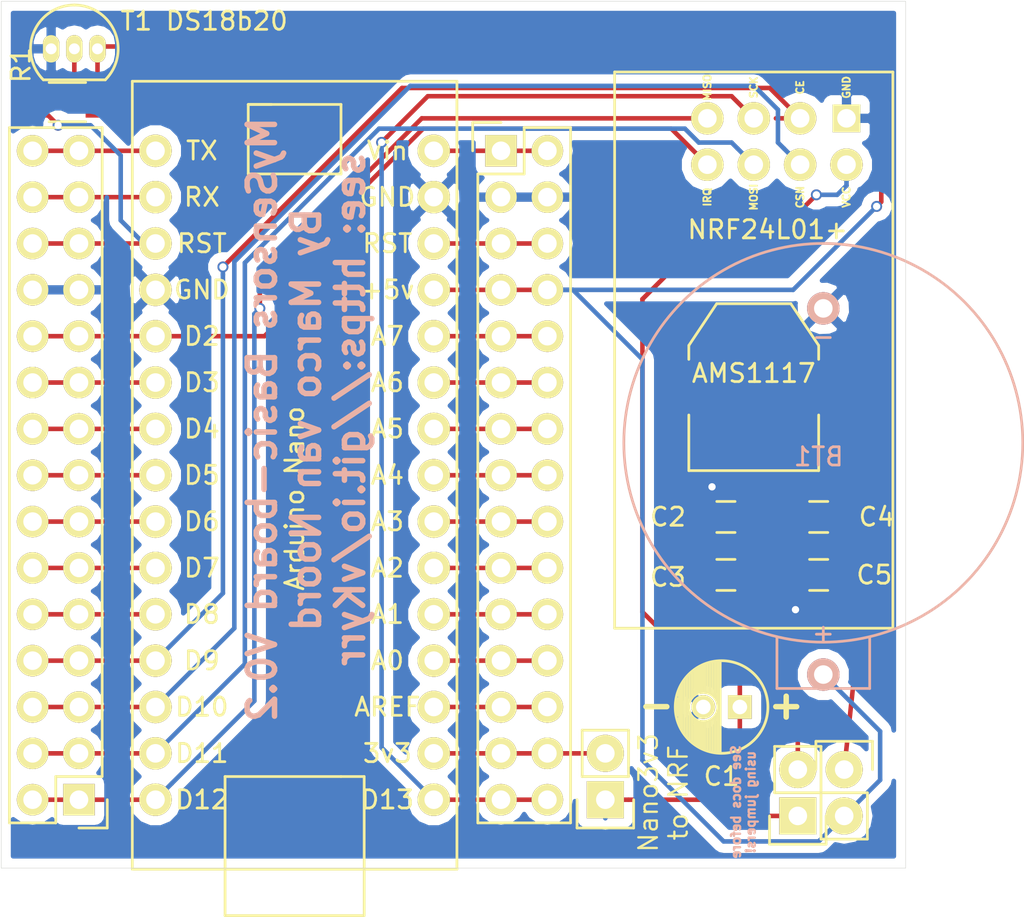
<source format=kicad_pcb>
(kicad_pcb (version 4) (host pcbnew 4.0.2-stable)

  (general
    (links 93)
    (no_connects 0)
    (area 131.670667 86.786999 188.745954 137.774)
    (thickness 1.6)
    (drawings 9)
    (tracks 183)
    (zones 0)
    (modules 16)
    (nets 33)
  )

  (page A4)
  (layers
    (0 F.Cu signal)
    (31 B.Cu signal)
    (32 B.Adhes user)
    (33 F.Adhes user)
    (34 B.Paste user)
    (35 F.Paste user)
    (36 B.SilkS user)
    (37 F.SilkS user)
    (38 B.Mask user)
    (39 F.Mask user)
    (40 Dwgs.User user hide)
    (41 Cmts.User user hide)
    (42 Eco1.User user hide)
    (43 Eco2.User user hide)
    (44 Edge.Cuts user)
    (45 Margin user hide)
    (46 B.CrtYd user hide)
    (47 F.CrtYd user hide)
    (48 B.Fab user)
    (49 F.Fab user)
  )

  (setup
    (last_trace_width 0.25)
    (trace_clearance 0.1524)
    (zone_clearance 0.508)
    (zone_45_only no)
    (trace_min 0.1524)
    (segment_width 0.2)
    (edge_width 0.0254)
    (via_size 0.6)
    (via_drill 0.4)
    (via_min_size 0.4)
    (via_min_drill 0.3048)
    (uvia_size 0.3)
    (uvia_drill 0.1)
    (uvias_allowed no)
    (uvia_min_size 0.2)
    (uvia_min_drill 0.1)
    (pcb_text_width 0.3)
    (pcb_text_size 1.016 1.016)
    (mod_edge_width 0.15)
    (mod_text_size 1 1)
    (mod_text_width 0.15)
    (pad_size 2.032 2.032)
    (pad_drill 1.016)
    (pad_to_mask_clearance 0.2)
    (solder_mask_min_width 0.2)
    (aux_axis_origin 0 0)
    (visible_elements 7FFFFFFF)
    (pcbplotparams
      (layerselection 0x010f0_80000001)
      (usegerberextensions true)
      (excludeedgelayer true)
      (linewidth 0.100000)
      (plotframeref false)
      (viasonmask false)
      (mode 1)
      (useauxorigin false)
      (hpglpennumber 1)
      (hpglpenspeed 20)
      (hpglpendiameter 15)
      (hpglpenoverlay 2)
      (psnegative false)
      (psa4output false)
      (plotreference true)
      (plotvalue true)
      (plotinvisibletext false)
      (padsonsilk false)
      (subtractmaskfromsilk false)
      (outputformat 1)
      (mirror false)
      (drillshape 0)
      (scaleselection 1)
      (outputdirectory GERBERS/))
  )

  (net 0 "")
  (net 1 +3V3)
  (net 2 GND)
  (net 3 "Net-(C4-Pad1)")
  (net 4 "Net-(P1-Pad1)")
  (net 5 "Net-(P1-Pad3)")
  (net 6 "Net-(P1-Pad5)")
  (net 7 "Net-(P1-Pad7)")
  (net 8 "Net-(P1-Pad10)")
  (net 9 "Net-(P1-Pad11)")
  (net 10 "Net-(P1-Pad13)")
  (net 11 "Net-(P1-Pad15)")
  (net 12 "Net-(P1-Pad17)")
  (net 13 "Net-(P1-Pad19)")
  (net 14 "Net-(P1-Pad21)")
  (net 15 "Net-(P1-Pad25)")
  (net 16 "Net-(P1-Pad27)")
  (net 17 "Net-(P1-Pad29)")
  (net 18 "Net-(P2-Pad1)")
  (net 19 "Net-(P2-Pad5)")
  (net 20 "Net-(P2-Pad10)")
  (net 21 "Net-(P2-Pad11)")
  (net 22 "Net-(P2-Pad13)")
  (net 23 "Net-(P2-Pad15)")
  (net 24 "Net-(P2-Pad17)")
  (net 25 "Net-(P2-Pad19)")
  (net 26 "Net-(P2-Pad21)")
  (net 27 "Net-(P2-Pad23)")
  (net 28 "Net-(P2-Pad25)")
  (net 29 "Net-(P2-Pad29)")
  (net 30 "Net-(BT1-Pad1)")
  (net 31 "Net-(C2-Pad1)")
  (net 32 "Net-(JP3-Pad2)")

  (net_class Default "This is the default net class."
    (clearance 0.1524)
    (trace_width 0.25)
    (via_dia 0.6)
    (via_drill 0.4)
    (uvia_dia 0.3)
    (uvia_drill 0.1)
    (add_net +3V3)
    (add_net GND)
    (add_net "Net-(BT1-Pad1)")
    (add_net "Net-(C2-Pad1)")
    (add_net "Net-(C4-Pad1)")
    (add_net "Net-(JP3-Pad2)")
    (add_net "Net-(P1-Pad1)")
    (add_net "Net-(P1-Pad10)")
    (add_net "Net-(P1-Pad11)")
    (add_net "Net-(P1-Pad13)")
    (add_net "Net-(P1-Pad15)")
    (add_net "Net-(P1-Pad17)")
    (add_net "Net-(P1-Pad19)")
    (add_net "Net-(P1-Pad21)")
    (add_net "Net-(P1-Pad25)")
    (add_net "Net-(P1-Pad27)")
    (add_net "Net-(P1-Pad29)")
    (add_net "Net-(P1-Pad3)")
    (add_net "Net-(P1-Pad5)")
    (add_net "Net-(P1-Pad7)")
    (add_net "Net-(P2-Pad1)")
    (add_net "Net-(P2-Pad10)")
    (add_net "Net-(P2-Pad11)")
    (add_net "Net-(P2-Pad13)")
    (add_net "Net-(P2-Pad15)")
    (add_net "Net-(P2-Pad17)")
    (add_net "Net-(P2-Pad19)")
    (add_net "Net-(P2-Pad21)")
    (add_net "Net-(P2-Pad23)")
    (add_net "Net-(P2-Pad25)")
    (add_net "Net-(P2-Pad29)")
    (add_net "Net-(P2-Pad5)")
  )

  (net_class fat ""
    (clearance 0.1524)
    (trace_width 2.032)
    (via_dia 0.6)
    (via_drill 0.4)
    (uvia_dia 0.3)
    (uvia_drill 0.1)
  )

  (module MySensors:NRF24L01+ (layer F.Cu) (tedit 57938276) (tstamp 575BF390)
    (at 171.196 98.552 90)
    (path /575BEE82)
    (fp_text reference NRF24L01+ (at -1.016 3.302 180) (layer F.SilkS)
      (effects (font (size 1 1) (thickness 0.15)))
    )
    (fp_text value NRF24L01+ (at -7.62 0 90) (layer F.Fab)
      (effects (font (size 1 1) (thickness 0.15)))
    )
    (fp_text user IRQ (at 0.762 0 90) (layer F.SilkS)
      (effects (font (size 0.4 0.4) (thickness 0.1)))
    )
    (fp_line (start 7.62 10.16) (end 7.62 -5.08) (layer F.SilkS) (width 0.15))
    (fp_line (start 7.62 -5.08) (end -22.86 -5.08) (layer F.SilkS) (width 0.15))
    (fp_line (start -22.86 -5.08) (end -22.86 10.16) (layer F.SilkS) (width 0.15))
    (fp_line (start -22.86 10.16) (end 7.62 10.16) (layer F.SilkS) (width 0.15))
    (fp_text user MISO (at 6.778 0 90) (layer F.SilkS)
      (effects (font (size 0.4 0.4) (thickness 0.1)))
    )
    (fp_text user MOSI (at 0.762 2.54 90) (layer F.SilkS)
      (effects (font (size 0.4 0.4) (thickness 0.1)))
    )
    (fp_text user SCK (at 6.778 2.54 90) (layer F.SilkS)
      (effects (font (size 0.4 0.4) (thickness 0.1)))
    )
    (fp_text user CSN (at 0.762 5.08 90) (layer F.SilkS)
      (effects (font (size 0.4 0.4) (thickness 0.1)))
    )
    (fp_text user CE (at 6.778 5.08 90) (layer F.SilkS)
      (effects (font (size 0.4 0.4) (thickness 0.1)))
    )
    (fp_text user VCC (at 0.762 7.62 90) (layer F.SilkS)
      (effects (font (size 0.4 0.4) (thickness 0.1)))
    )
    (fp_text user GND (at 6.778 7.62 90) (layer F.SilkS)
      (effects (font (size 0.4 0.4) (thickness 0.1)))
    )
    (pad 1 thru_hole rect (at 5.08 7.62 90) (size 1.524 1.524) (drill 1.016) (layers *.Cu *.Mask F.SilkS)
      (net 2 GND))
    (pad 2 thru_hole circle (at 5.08 5.08 90) (size 1.778 1.778) (drill 1.016) (layers *.Cu *.Mask F.SilkS)
      (net 7 "Net-(P1-Pad7)"))
    (pad 3 thru_hole circle (at 5.08 2.54 90) (size 1.778 1.778) (drill 1.016) (layers *.Cu *.Mask F.SilkS)
      (net 29 "Net-(P2-Pad29)"))
    (pad 4 thru_hole circle (at 5.08 0 90) (size 1.778 1.778) (drill 1.016) (layers *.Cu *.Mask F.SilkS)
      (net 4 "Net-(P1-Pad1)"))
    (pad 5 thru_hole circle (at 2.54 0 90) (size 1.778 1.778) (drill 1.016) (layers *.Cu *.Mask F.SilkS)
      (net 14 "Net-(P1-Pad21)"))
    (pad 6 thru_hole circle (at 2.54 2.54 90) (size 1.778 1.778) (drill 1.016) (layers *.Cu *.Mask F.SilkS)
      (net 5 "Net-(P1-Pad3)"))
    (pad 7 thru_hole circle (at 2.54 5.08 90) (size 1.778 1.778) (drill 1.016) (layers *.Cu *.Mask F.SilkS)
      (net 6 "Net-(P1-Pad5)"))
    (pad 8 thru_hole circle (at 2.54 7.62 90) (size 1.778 1.778) (drill 1.016) (layers *.Cu *.Mask F.SilkS)
      (net 1 +3V3))
  )

  (module Capacitors_ThroughHole:C_Radial_D5_L11_P2 (layer F.Cu) (tedit 0) (tstamp 575BF358)
    (at 172.974 125.73 180)
    (descr "Radial Electrolytic Capacitor 5mm x Length 11mm, Pitch 2mm")
    (tags "Electrolytic Capacitor")
    (path /575C089B)
    (fp_text reference C1 (at 1 -3.8 180) (layer F.SilkS)
      (effects (font (size 1 1) (thickness 0.15)))
    )
    (fp_text value 100u (at 1 3.8 180) (layer F.Fab)
      (effects (font (size 1 1) (thickness 0.15)))
    )
    (fp_line (start 1.075 -2.499) (end 1.075 2.499) (layer F.SilkS) (width 0.15))
    (fp_line (start 1.215 -2.491) (end 1.215 -0.154) (layer F.SilkS) (width 0.15))
    (fp_line (start 1.215 0.154) (end 1.215 2.491) (layer F.SilkS) (width 0.15))
    (fp_line (start 1.355 -2.475) (end 1.355 -0.473) (layer F.SilkS) (width 0.15))
    (fp_line (start 1.355 0.473) (end 1.355 2.475) (layer F.SilkS) (width 0.15))
    (fp_line (start 1.495 -2.451) (end 1.495 -0.62) (layer F.SilkS) (width 0.15))
    (fp_line (start 1.495 0.62) (end 1.495 2.451) (layer F.SilkS) (width 0.15))
    (fp_line (start 1.635 -2.418) (end 1.635 -0.712) (layer F.SilkS) (width 0.15))
    (fp_line (start 1.635 0.712) (end 1.635 2.418) (layer F.SilkS) (width 0.15))
    (fp_line (start 1.775 -2.377) (end 1.775 -0.768) (layer F.SilkS) (width 0.15))
    (fp_line (start 1.775 0.768) (end 1.775 2.377) (layer F.SilkS) (width 0.15))
    (fp_line (start 1.915 -2.327) (end 1.915 -0.795) (layer F.SilkS) (width 0.15))
    (fp_line (start 1.915 0.795) (end 1.915 2.327) (layer F.SilkS) (width 0.15))
    (fp_line (start 2.055 -2.266) (end 2.055 -0.798) (layer F.SilkS) (width 0.15))
    (fp_line (start 2.055 0.798) (end 2.055 2.266) (layer F.SilkS) (width 0.15))
    (fp_line (start 2.195 -2.196) (end 2.195 -0.776) (layer F.SilkS) (width 0.15))
    (fp_line (start 2.195 0.776) (end 2.195 2.196) (layer F.SilkS) (width 0.15))
    (fp_line (start 2.335 -2.114) (end 2.335 -0.726) (layer F.SilkS) (width 0.15))
    (fp_line (start 2.335 0.726) (end 2.335 2.114) (layer F.SilkS) (width 0.15))
    (fp_line (start 2.475 -2.019) (end 2.475 -0.644) (layer F.SilkS) (width 0.15))
    (fp_line (start 2.475 0.644) (end 2.475 2.019) (layer F.SilkS) (width 0.15))
    (fp_line (start 2.615 -1.908) (end 2.615 -0.512) (layer F.SilkS) (width 0.15))
    (fp_line (start 2.615 0.512) (end 2.615 1.908) (layer F.SilkS) (width 0.15))
    (fp_line (start 2.755 -1.78) (end 2.755 -0.265) (layer F.SilkS) (width 0.15))
    (fp_line (start 2.755 0.265) (end 2.755 1.78) (layer F.SilkS) (width 0.15))
    (fp_line (start 2.895 -1.631) (end 2.895 1.631) (layer F.SilkS) (width 0.15))
    (fp_line (start 3.035 -1.452) (end 3.035 1.452) (layer F.SilkS) (width 0.15))
    (fp_line (start 3.175 -1.233) (end 3.175 1.233) (layer F.SilkS) (width 0.15))
    (fp_line (start 3.315 -0.944) (end 3.315 0.944) (layer F.SilkS) (width 0.15))
    (fp_line (start 3.455 -0.472) (end 3.455 0.472) (layer F.SilkS) (width 0.15))
    (fp_circle (center 2 0) (end 2 -0.8) (layer F.SilkS) (width 0.15))
    (fp_circle (center 1 0) (end 1 -2.5375) (layer F.SilkS) (width 0.15))
    (fp_circle (center 1 0) (end 1 -2.8) (layer F.CrtYd) (width 0.05))
    (pad 1 thru_hole rect (at 0 0 180) (size 1.3 1.3) (drill 0.8) (layers *.Cu *.Mask F.SilkS)
      (net 1 +3V3))
    (pad 2 thru_hole circle (at 2 0 180) (size 1.3 1.3) (drill 0.8) (layers *.Cu *.Mask F.SilkS)
      (net 2 GND))
    (model Capacitors_ThroughHole.3dshapes/C_Radial_D5_L11_P2.wrl
      (at (xyz 0 0 0))
      (scale (xyz 1 1 1))
      (rotate (xyz 0 0 0))
    )
  )

  (module Capacitors_SMD:C_0805_HandSoldering (layer F.Cu) (tedit 541A9B8D) (tstamp 575BF35E)
    (at 172.212 115.316 180)
    (descr "Capacitor SMD 0805, hand soldering")
    (tags "capacitor 0805")
    (path /575C04AD)
    (attr smd)
    (fp_text reference C2 (at 3.175 0 180) (layer F.SilkS)
      (effects (font (size 1 1) (thickness 0.15)))
    )
    (fp_text value 10u (at 0 2.1 180) (layer F.Fab)
      (effects (font (size 1 1) (thickness 0.15)))
    )
    (fp_line (start -2.3 -1) (end 2.3 -1) (layer F.CrtYd) (width 0.05))
    (fp_line (start -2.3 1) (end 2.3 1) (layer F.CrtYd) (width 0.05))
    (fp_line (start -2.3 -1) (end -2.3 1) (layer F.CrtYd) (width 0.05))
    (fp_line (start 2.3 -1) (end 2.3 1) (layer F.CrtYd) (width 0.05))
    (fp_line (start 0.5 -0.85) (end -0.5 -0.85) (layer F.SilkS) (width 0.15))
    (fp_line (start -0.5 0.85) (end 0.5 0.85) (layer F.SilkS) (width 0.15))
    (pad 1 smd rect (at -1.25 0 180) (size 1.5 1.25) (layers F.Cu F.Paste F.Mask)
      (net 31 "Net-(C2-Pad1)"))
    (pad 2 smd rect (at 1.25 0 180) (size 1.5 1.25) (layers F.Cu F.Paste F.Mask)
      (net 2 GND))
    (model Capacitors_SMD.3dshapes/C_0805_HandSoldering.wrl
      (at (xyz 0 0 0))
      (scale (xyz 1 1 1))
      (rotate (xyz 0 0 0))
    )
  )

  (module Capacitors_SMD:C_0805_HandSoldering (layer F.Cu) (tedit 541A9B8D) (tstamp 575BF364)
    (at 172.212 118.491 180)
    (descr "Capacitor SMD 0805, hand soldering")
    (tags "capacitor 0805")
    (path /575C05B7)
    (attr smd)
    (fp_text reference C3 (at 3.175 -0.127 180) (layer F.SilkS)
      (effects (font (size 1 1) (thickness 0.15)))
    )
    (fp_text value 0.1u (at 0 2.1 180) (layer F.Fab)
      (effects (font (size 1 1) (thickness 0.15)))
    )
    (fp_line (start -2.3 -1) (end 2.3 -1) (layer F.CrtYd) (width 0.05))
    (fp_line (start -2.3 1) (end 2.3 1) (layer F.CrtYd) (width 0.05))
    (fp_line (start -2.3 -1) (end -2.3 1) (layer F.CrtYd) (width 0.05))
    (fp_line (start 2.3 -1) (end 2.3 1) (layer F.CrtYd) (width 0.05))
    (fp_line (start 0.5 -0.85) (end -0.5 -0.85) (layer F.SilkS) (width 0.15))
    (fp_line (start -0.5 0.85) (end 0.5 0.85) (layer F.SilkS) (width 0.15))
    (pad 1 smd rect (at -1.25 0 180) (size 1.5 1.25) (layers F.Cu F.Paste F.Mask)
      (net 31 "Net-(C2-Pad1)"))
    (pad 2 smd rect (at 1.25 0 180) (size 1.5 1.25) (layers F.Cu F.Paste F.Mask)
      (net 2 GND))
    (model Capacitors_SMD.3dshapes/C_0805_HandSoldering.wrl
      (at (xyz 0 0 0))
      (scale (xyz 1 1 1))
      (rotate (xyz 0 0 0))
    )
  )

  (module Capacitors_SMD:C_0805_HandSoldering (layer F.Cu) (tedit 541A9B8D) (tstamp 575BF36A)
    (at 177.292 115.316 180)
    (descr "Capacitor SMD 0805, hand soldering")
    (tags "capacitor 0805")
    (path /575BFFD2)
    (attr smd)
    (fp_text reference C4 (at -3.175 0 180) (layer F.SilkS)
      (effects (font (size 1 1) (thickness 0.15)))
    )
    (fp_text value 0.1u (at 0 2.1 180) (layer F.Fab)
      (effects (font (size 1 1) (thickness 0.15)))
    )
    (fp_line (start -2.3 -1) (end 2.3 -1) (layer F.CrtYd) (width 0.05))
    (fp_line (start -2.3 1) (end 2.3 1) (layer F.CrtYd) (width 0.05))
    (fp_line (start -2.3 -1) (end -2.3 1) (layer F.CrtYd) (width 0.05))
    (fp_line (start 2.3 -1) (end 2.3 1) (layer F.CrtYd) (width 0.05))
    (fp_line (start 0.5 -0.85) (end -0.5 -0.85) (layer F.SilkS) (width 0.15))
    (fp_line (start -0.5 0.85) (end 0.5 0.85) (layer F.SilkS) (width 0.15))
    (pad 1 smd rect (at -1.25 0 180) (size 1.5 1.25) (layers F.Cu F.Paste F.Mask)
      (net 3 "Net-(C4-Pad1)"))
    (pad 2 smd rect (at 1.25 0 180) (size 1.5 1.25) (layers F.Cu F.Paste F.Mask)
      (net 2 GND))
    (model Capacitors_SMD.3dshapes/C_0805_HandSoldering.wrl
      (at (xyz 0 0 0))
      (scale (xyz 1 1 1))
      (rotate (xyz 0 0 0))
    )
  )

  (module Capacitors_SMD:C_0805_HandSoldering (layer F.Cu) (tedit 541A9B8D) (tstamp 575BF370)
    (at 177.292 118.491 180)
    (descr "Capacitor SMD 0805, hand soldering")
    (tags "capacitor 0805")
    (path /575C0029)
    (attr smd)
    (fp_text reference C5 (at -3.048 0 180) (layer F.SilkS)
      (effects (font (size 1 1) (thickness 0.15)))
    )
    (fp_text value 10u (at 0 2.1 180) (layer F.Fab)
      (effects (font (size 1 1) (thickness 0.15)))
    )
    (fp_line (start -2.3 -1) (end 2.3 -1) (layer F.CrtYd) (width 0.05))
    (fp_line (start -2.3 1) (end 2.3 1) (layer F.CrtYd) (width 0.05))
    (fp_line (start -2.3 -1) (end -2.3 1) (layer F.CrtYd) (width 0.05))
    (fp_line (start 2.3 -1) (end 2.3 1) (layer F.CrtYd) (width 0.05))
    (fp_line (start 0.5 -0.85) (end -0.5 -0.85) (layer F.SilkS) (width 0.15))
    (fp_line (start -0.5 0.85) (end 0.5 0.85) (layer F.SilkS) (width 0.15))
    (pad 1 smd rect (at -1.25 0 180) (size 1.5 1.25) (layers F.Cu F.Paste F.Mask)
      (net 3 "Net-(C4-Pad1)"))
    (pad 2 smd rect (at 1.25 0 180) (size 1.5 1.25) (layers F.Cu F.Paste F.Mask)
      (net 2 GND))
    (model Capacitors_SMD.3dshapes/C_0805_HandSoldering.wrl
      (at (xyz 0 0 0))
      (scale (xyz 1 1 1))
      (rotate (xyz 0 0 0))
    )
  )

  (module MySensors:SOT-223 (layer F.Cu) (tedit 5782A177) (tstamp 575BF380)
    (at 173.736 108.204)
    (descr "module CMS SOT223 4 pins")
    (tags "CMS SOT")
    (path /575BF8D5)
    (attr smd)
    (fp_text reference AMS1117 (at 0 -0.762) (layer F.SilkS)
      (effects (font (size 1 1) (thickness 0.15)))
    )
    (fp_text value AMS1117 (at 0 0.762) (layer F.Fab)
      (effects (font (size 1 1) (thickness 0.15)))
    )
    (fp_line (start -3.556 1.524) (end -3.556 4.572) (layer F.SilkS) (width 0.15))
    (fp_line (start -3.556 4.572) (end 3.556 4.572) (layer F.SilkS) (width 0.15))
    (fp_line (start 3.556 4.572) (end 3.556 1.524) (layer F.SilkS) (width 0.15))
    (fp_line (start -3.556 -1.524) (end -3.556 -2.286) (layer F.SilkS) (width 0.15))
    (fp_line (start -3.556 -2.286) (end -2.032 -4.572) (layer F.SilkS) (width 0.15))
    (fp_line (start -2.032 -4.572) (end 2.032 -4.572) (layer F.SilkS) (width 0.15))
    (fp_line (start 2.032 -4.572) (end 3.556 -2.286) (layer F.SilkS) (width 0.15))
    (fp_line (start 3.556 -2.286) (end 3.556 -1.524) (layer F.SilkS) (width 0.15))
    (pad 2 smd rect (at 0 -3.302) (size 3.6576 2.032) (layers F.Cu F.Paste F.Mask)
      (net 31 "Net-(C2-Pad1)"))
    (pad 2 smd rect (at 0 3.302) (size 1.016 2.032) (layers F.Cu F.Paste F.Mask)
      (net 31 "Net-(C2-Pad1)"))
    (pad 3 smd rect (at 2.286 3.302) (size 1.016 2.032) (layers F.Cu F.Paste F.Mask)
      (net 3 "Net-(C4-Pad1)"))
    (pad 1 smd rect (at -2.286 3.302) (size 1.016 2.032) (layers F.Cu F.Paste F.Mask)
      (net 2 GND))
    (model TO_SOT_Packages_SMD.3dshapes/SOT-223.wrl
      (at (xyz 0 0 0))
      (scale (xyz 0.4 0.4 0.4))
      (rotate (xyz 0 0 0))
    )
  )

  (module Pin_Headers:Pin_Header_Straight_2x15 (layer F.Cu) (tedit 5782A1CD) (tstamp 575C0140)
    (at 136.779 130.81 180)
    (descr "Through hole pin header")
    (tags "pin header")
    (path /575C2E90)
    (fp_text reference P1 (at 0 -5.1 180) (layer F.SilkS) hide
      (effects (font (size 1 1) (thickness 0.15)))
    )
    (fp_text value CONN_02X15 (at 0 -3.1 180) (layer F.Fab) hide
      (effects (font (size 1 1) (thickness 0.15)))
    )
    (fp_line (start -1.75 -1.75) (end -1.75 37.35) (layer F.CrtYd) (width 0.05))
    (fp_line (start 4.3 -1.75) (end 4.3 37.35) (layer F.CrtYd) (width 0.05))
    (fp_line (start -1.75 -1.75) (end 4.3 -1.75) (layer F.CrtYd) (width 0.05))
    (fp_line (start -1.75 37.35) (end 4.3 37.35) (layer F.CrtYd) (width 0.05))
    (fp_line (start 3.81 36.83) (end 3.81 -1.27) (layer F.SilkS) (width 0.15))
    (fp_line (start -1.27 1.27) (end -1.27 36.83) (layer F.SilkS) (width 0.15))
    (fp_line (start 3.81 36.83) (end -1.27 36.83) (layer F.SilkS) (width 0.15))
    (fp_line (start 3.81 -1.27) (end 1.27 -1.27) (layer F.SilkS) (width 0.15))
    (fp_line (start 0 -1.55) (end -1.55 -1.55) (layer F.SilkS) (width 0.15))
    (fp_line (start 1.27 -1.27) (end 1.27 1.27) (layer F.SilkS) (width 0.15))
    (fp_line (start 1.27 1.27) (end -1.27 1.27) (layer F.SilkS) (width 0.15))
    (fp_line (start -1.55 -1.55) (end -1.55 0) (layer F.SilkS) (width 0.15))
    (pad 1 thru_hole rect (at 0 0 180) (size 1.7272 1.7272) (drill 1.016) (layers *.Cu *.Mask F.SilkS)
      (net 4 "Net-(P1-Pad1)"))
    (pad 2 thru_hole oval (at 2.54 0 180) (size 1.7272 1.7272) (drill 1.016) (layers *.Cu *.Mask F.SilkS)
      (net 4 "Net-(P1-Pad1)"))
    (pad 3 thru_hole oval (at 0 2.54 180) (size 1.7272 1.7272) (drill 1.016) (layers *.Cu *.Mask F.SilkS)
      (net 5 "Net-(P1-Pad3)"))
    (pad 4 thru_hole oval (at 2.54 2.54 180) (size 1.7272 1.7272) (drill 1.016) (layers *.Cu *.Mask F.SilkS)
      (net 5 "Net-(P1-Pad3)"))
    (pad 5 thru_hole oval (at 0 5.08 180) (size 1.7272 1.7272) (drill 1.016) (layers *.Cu *.Mask F.SilkS)
      (net 6 "Net-(P1-Pad5)"))
    (pad 6 thru_hole oval (at 2.54 5.08 180) (size 1.7272 1.7272) (drill 1.016) (layers *.Cu *.Mask F.SilkS)
      (net 6 "Net-(P1-Pad5)"))
    (pad 7 thru_hole oval (at 0 7.62 180) (size 1.7272 1.7272) (drill 1.016) (layers *.Cu *.Mask F.SilkS)
      (net 7 "Net-(P1-Pad7)"))
    (pad 8 thru_hole oval (at 2.54 7.62 180) (size 1.7272 1.7272) (drill 1.016) (layers *.Cu *.Mask F.SilkS)
      (net 7 "Net-(P1-Pad7)"))
    (pad 9 thru_hole oval (at 0 10.16 180) (size 1.7272 1.7272) (drill 1.016) (layers *.Cu *.Mask F.SilkS)
      (net 8 "Net-(P1-Pad10)"))
    (pad 10 thru_hole oval (at 2.54 10.16 180) (size 1.7272 1.7272) (drill 1.016) (layers *.Cu *.Mask F.SilkS)
      (net 8 "Net-(P1-Pad10)"))
    (pad 11 thru_hole oval (at 0 12.7 180) (size 1.7272 1.7272) (drill 1.016) (layers *.Cu *.Mask F.SilkS)
      (net 9 "Net-(P1-Pad11)"))
    (pad 12 thru_hole oval (at 2.54 12.7 180) (size 1.7272 1.7272) (drill 1.016) (layers *.Cu *.Mask F.SilkS)
      (net 9 "Net-(P1-Pad11)"))
    (pad 13 thru_hole oval (at 0 15.24 180) (size 1.7272 1.7272) (drill 1.016) (layers *.Cu *.Mask F.SilkS)
      (net 10 "Net-(P1-Pad13)"))
    (pad 14 thru_hole oval (at 2.54 15.24 180) (size 1.7272 1.7272) (drill 1.016) (layers *.Cu *.Mask F.SilkS)
      (net 10 "Net-(P1-Pad13)"))
    (pad 15 thru_hole oval (at 0 17.78 180) (size 1.7272 1.7272) (drill 1.016) (layers *.Cu *.Mask F.SilkS)
      (net 11 "Net-(P1-Pad15)"))
    (pad 16 thru_hole oval (at 2.54 17.78 180) (size 1.7272 1.7272) (drill 1.016) (layers *.Cu *.Mask F.SilkS)
      (net 11 "Net-(P1-Pad15)"))
    (pad 17 thru_hole oval (at 0 20.32 180) (size 1.7272 1.7272) (drill 1.016) (layers *.Cu *.Mask F.SilkS)
      (net 12 "Net-(P1-Pad17)"))
    (pad 18 thru_hole oval (at 2.54 20.32 180) (size 1.7272 1.7272) (drill 1.016) (layers *.Cu *.Mask F.SilkS)
      (net 12 "Net-(P1-Pad17)"))
    (pad 19 thru_hole oval (at 0 22.86 180) (size 1.7272 1.7272) (drill 1.016) (layers *.Cu *.Mask F.SilkS)
      (net 13 "Net-(P1-Pad19)"))
    (pad 20 thru_hole oval (at 2.54 22.86 180) (size 1.7272 1.7272) (drill 1.016) (layers *.Cu *.Mask F.SilkS)
      (net 13 "Net-(P1-Pad19)"))
    (pad 21 thru_hole oval (at 0 25.4 180) (size 1.7272 1.7272) (drill 1.016) (layers *.Cu *.Mask F.SilkS)
      (net 14 "Net-(P1-Pad21)"))
    (pad 22 thru_hole oval (at 2.54 25.4 180) (size 1.7272 1.7272) (drill 1.016) (layers *.Cu *.Mask F.SilkS)
      (net 14 "Net-(P1-Pad21)"))
    (pad 23 thru_hole oval (at 0 27.94 180) (size 1.7272 1.7272) (drill 1.016) (layers *.Cu *.Mask F.SilkS)
      (net 2 GND))
    (pad 24 thru_hole oval (at 2.54 27.94 180) (size 1.7272 1.7272) (drill 1.016) (layers *.Cu *.Mask F.SilkS)
      (net 2 GND))
    (pad 25 thru_hole oval (at 0 30.48 180) (size 1.7272 1.7272) (drill 1.016) (layers *.Cu *.Mask F.SilkS)
      (net 15 "Net-(P1-Pad25)"))
    (pad 26 thru_hole oval (at 2.54 30.48 180) (size 1.7272 1.7272) (drill 1.016) (layers *.Cu *.Mask F.SilkS)
      (net 15 "Net-(P1-Pad25)"))
    (pad 27 thru_hole oval (at 0 33.02 180) (size 1.7272 1.7272) (drill 1.016) (layers *.Cu *.Mask F.SilkS)
      (net 16 "Net-(P1-Pad27)"))
    (pad 28 thru_hole oval (at 2.54 33.02 180) (size 1.7272 1.7272) (drill 1.016) (layers *.Cu *.Mask F.SilkS)
      (net 16 "Net-(P1-Pad27)"))
    (pad 29 thru_hole oval (at 0 35.56 180) (size 1.7272 1.7272) (drill 1.016) (layers *.Cu *.Mask F.SilkS)
      (net 17 "Net-(P1-Pad29)"))
    (pad 30 thru_hole oval (at 2.54 35.56 180) (size 1.7272 1.7272) (drill 1.016) (layers *.Cu *.Mask F.SilkS)
      (net 17 "Net-(P1-Pad29)"))
    (model Pin_Headers.3dshapes/Pin_Header_Straight_2x15.wrl
      (at (xyz 0.05 -0.7 0))
      (scale (xyz 1 1 1))
      (rotate (xyz 0 0 90))
    )
  )

  (module Pin_Headers:Pin_Header_Straight_2x15 (layer F.Cu) (tedit 5782A1A8) (tstamp 575C0162)
    (at 159.893 95.25)
    (descr "Through hole pin header")
    (tags "pin header")
    (path /575C1569)
    (fp_text reference P2 (at 0 -5.1) (layer F.SilkS) hide
      (effects (font (size 1 1) (thickness 0.15)))
    )
    (fp_text value CONN_02X15 (at 0 -3.1) (layer F.Fab) hide
      (effects (font (size 1 1) (thickness 0.15)))
    )
    (fp_line (start -1.75 -1.75) (end -1.75 37.35) (layer F.CrtYd) (width 0.05))
    (fp_line (start 4.3 -1.75) (end 4.3 37.35) (layer F.CrtYd) (width 0.05))
    (fp_line (start -1.75 -1.75) (end 4.3 -1.75) (layer F.CrtYd) (width 0.05))
    (fp_line (start -1.75 37.35) (end 4.3 37.35) (layer F.CrtYd) (width 0.05))
    (fp_line (start 3.81 36.83) (end 3.81 -1.27) (layer F.SilkS) (width 0.15))
    (fp_line (start -1.27 1.27) (end -1.27 36.83) (layer F.SilkS) (width 0.15))
    (fp_line (start 3.81 36.83) (end -1.27 36.83) (layer F.SilkS) (width 0.15))
    (fp_line (start 3.81 -1.27) (end 1.27 -1.27) (layer F.SilkS) (width 0.15))
    (fp_line (start 0 -1.55) (end -1.55 -1.55) (layer F.SilkS) (width 0.15))
    (fp_line (start 1.27 -1.27) (end 1.27 1.27) (layer F.SilkS) (width 0.15))
    (fp_line (start 1.27 1.27) (end -1.27 1.27) (layer F.SilkS) (width 0.15))
    (fp_line (start -1.55 -1.55) (end -1.55 0) (layer F.SilkS) (width 0.15))
    (pad 1 thru_hole rect (at 0 0) (size 1.7272 1.7272) (drill 1.016) (layers *.Cu *.Mask F.SilkS)
      (net 18 "Net-(P2-Pad1)"))
    (pad 2 thru_hole oval (at 2.54 0) (size 1.7272 1.7272) (drill 1.016) (layers *.Cu *.Mask F.SilkS)
      (net 18 "Net-(P2-Pad1)"))
    (pad 3 thru_hole oval (at 0 2.54) (size 1.7272 1.7272) (drill 1.016) (layers *.Cu *.Mask F.SilkS)
      (net 2 GND))
    (pad 4 thru_hole oval (at 2.54 2.54) (size 1.7272 1.7272) (drill 1.016) (layers *.Cu *.Mask F.SilkS)
      (net 2 GND))
    (pad 5 thru_hole oval (at 0 5.08) (size 1.7272 1.7272) (drill 1.016) (layers *.Cu *.Mask F.SilkS)
      (net 19 "Net-(P2-Pad5)"))
    (pad 6 thru_hole oval (at 2.54 5.08) (size 1.7272 1.7272) (drill 1.016) (layers *.Cu *.Mask F.SilkS)
      (net 19 "Net-(P2-Pad5)"))
    (pad 7 thru_hole oval (at 0 7.62) (size 1.7272 1.7272) (drill 1.016) (layers *.Cu *.Mask F.SilkS)
      (net 30 "Net-(BT1-Pad1)"))
    (pad 8 thru_hole oval (at 2.54 7.62) (size 1.7272 1.7272) (drill 1.016) (layers *.Cu *.Mask F.SilkS)
      (net 30 "Net-(BT1-Pad1)"))
    (pad 9 thru_hole oval (at 0 10.16) (size 1.7272 1.7272) (drill 1.016) (layers *.Cu *.Mask F.SilkS)
      (net 20 "Net-(P2-Pad10)"))
    (pad 10 thru_hole oval (at 2.54 10.16) (size 1.7272 1.7272) (drill 1.016) (layers *.Cu *.Mask F.SilkS)
      (net 20 "Net-(P2-Pad10)"))
    (pad 11 thru_hole oval (at 0 12.7) (size 1.7272 1.7272) (drill 1.016) (layers *.Cu *.Mask F.SilkS)
      (net 21 "Net-(P2-Pad11)"))
    (pad 12 thru_hole oval (at 2.54 12.7) (size 1.7272 1.7272) (drill 1.016) (layers *.Cu *.Mask F.SilkS)
      (net 21 "Net-(P2-Pad11)"))
    (pad 13 thru_hole oval (at 0 15.24) (size 1.7272 1.7272) (drill 1.016) (layers *.Cu *.Mask F.SilkS)
      (net 22 "Net-(P2-Pad13)"))
    (pad 14 thru_hole oval (at 2.54 15.24) (size 1.7272 1.7272) (drill 1.016) (layers *.Cu *.Mask F.SilkS)
      (net 22 "Net-(P2-Pad13)"))
    (pad 15 thru_hole oval (at 0 17.78) (size 1.7272 1.7272) (drill 1.016) (layers *.Cu *.Mask F.SilkS)
      (net 23 "Net-(P2-Pad15)"))
    (pad 16 thru_hole oval (at 2.54 17.78) (size 1.7272 1.7272) (drill 1.016) (layers *.Cu *.Mask F.SilkS)
      (net 23 "Net-(P2-Pad15)"))
    (pad 17 thru_hole oval (at 0 20.32) (size 1.7272 1.7272) (drill 1.016) (layers *.Cu *.Mask F.SilkS)
      (net 24 "Net-(P2-Pad17)"))
    (pad 18 thru_hole oval (at 2.54 20.32) (size 1.7272 1.7272) (drill 1.016) (layers *.Cu *.Mask F.SilkS)
      (net 24 "Net-(P2-Pad17)"))
    (pad 19 thru_hole oval (at 0 22.86) (size 1.7272 1.7272) (drill 1.016) (layers *.Cu *.Mask F.SilkS)
      (net 25 "Net-(P2-Pad19)"))
    (pad 20 thru_hole oval (at 2.54 22.86) (size 1.7272 1.7272) (drill 1.016) (layers *.Cu *.Mask F.SilkS)
      (net 25 "Net-(P2-Pad19)"))
    (pad 21 thru_hole oval (at 0 25.4) (size 1.7272 1.7272) (drill 1.016) (layers *.Cu *.Mask F.SilkS)
      (net 26 "Net-(P2-Pad21)"))
    (pad 22 thru_hole oval (at 2.54 25.4) (size 1.7272 1.7272) (drill 1.016) (layers *.Cu *.Mask F.SilkS)
      (net 26 "Net-(P2-Pad21)"))
    (pad 23 thru_hole oval (at 0 27.94) (size 1.7272 1.7272) (drill 1.016) (layers *.Cu *.Mask F.SilkS)
      (net 27 "Net-(P2-Pad23)"))
    (pad 24 thru_hole oval (at 2.54 27.94) (size 1.7272 1.7272) (drill 1.016) (layers *.Cu *.Mask F.SilkS)
      (net 27 "Net-(P2-Pad23)"))
    (pad 25 thru_hole oval (at 0 30.48) (size 1.7272 1.7272) (drill 1.016) (layers *.Cu *.Mask F.SilkS)
      (net 28 "Net-(P2-Pad25)"))
    (pad 26 thru_hole oval (at 2.54 30.48) (size 1.7272 1.7272) (drill 1.016) (layers *.Cu *.Mask F.SilkS)
      (net 28 "Net-(P2-Pad25)"))
    (pad 27 thru_hole oval (at 0 33.02) (size 1.7272 1.7272) (drill 1.016) (layers *.Cu *.Mask F.SilkS)
      (net 32 "Net-(JP3-Pad2)"))
    (pad 28 thru_hole oval (at 2.54 33.02) (size 1.7272 1.7272) (drill 1.016) (layers *.Cu *.Mask F.SilkS)
      (net 32 "Net-(JP3-Pad2)"))
    (pad 29 thru_hole oval (at 0 35.56) (size 1.7272 1.7272) (drill 1.016) (layers *.Cu *.Mask F.SilkS)
      (net 29 "Net-(P2-Pad29)"))
    (pad 30 thru_hole oval (at 2.54 35.56) (size 1.7272 1.7272) (drill 1.016) (layers *.Cu *.Mask F.SilkS)
      (net 29 "Net-(P2-Pad29)"))
    (model Pin_Headers.3dshapes/Pin_Header_Straight_2x15.wrl
      (at (xyz 0.05 -0.7 0))
      (scale (xyz 1 1 1))
      (rotate (xyz 0 0 90))
    )
  )

  (module Pin_Headers:Pin_Header_Straight_1x02 (layer F.Cu) (tedit 575D2D4E) (tstamp 575D25AA)
    (at 176.149 131.699 180)
    (descr "Through hole pin header")
    (tags "pin header")
    (path /575D2AC9)
    (fp_text reference JP1 (at 0 -5.1 180) (layer F.SilkS) hide
      (effects (font (size 1 1) (thickness 0.15)))
    )
    (fp_text value JUMPER (at -0.127 4.572 180) (layer F.Fab)
      (effects (font (size 1 1) (thickness 0.15)))
    )
    (fp_line (start 1.27 1.27) (end 1.27 3.81) (layer F.SilkS) (width 0.15))
    (fp_line (start 1.55 -1.55) (end 1.55 0) (layer F.SilkS) (width 0.15))
    (fp_line (start -1.75 -1.75) (end -1.75 4.3) (layer F.CrtYd) (width 0.05))
    (fp_line (start 1.75 -1.75) (end 1.75 4.3) (layer F.CrtYd) (width 0.05))
    (fp_line (start -1.75 -1.75) (end 1.75 -1.75) (layer F.CrtYd) (width 0.05))
    (fp_line (start -1.75 4.3) (end 1.75 4.3) (layer F.CrtYd) (width 0.05))
    (fp_line (start 1.27 1.27) (end -1.27 1.27) (layer F.SilkS) (width 0.15))
    (fp_line (start -1.55 0) (end -1.55 -1.55) (layer F.SilkS) (width 0.15))
    (fp_line (start -1.55 -1.55) (end 1.55 -1.55) (layer F.SilkS) (width 0.15))
    (fp_line (start -1.27 1.27) (end -1.27 3.81) (layer F.SilkS) (width 0.15))
    (fp_line (start -1.27 3.81) (end 1.27 3.81) (layer F.SilkS) (width 0.15))
    (pad 1 thru_hole rect (at 0 0 180) (size 2.032 2.032) (drill 1.016) (layers *.Cu *.Mask F.SilkS)
      (net 1 +3V3))
    (pad 2 thru_hole oval (at 0 2.54 180) (size 2.032 2.032) (drill 1.016) (layers *.Cu *.Mask F.SilkS)
      (net 31 "Net-(C2-Pad1)"))
    (model Pin_Headers.3dshapes/Pin_Header_Straight_1x02.wrl
      (at (xyz 0 -0.05 0))
      (scale (xyz 1 1 1))
      (rotate (xyz 0 0 90))
    )
  )

  (module Pin_Headers:Pin_Header_Straight_1x02 (layer F.Cu) (tedit 57938455) (tstamp 575D25B0)
    (at 178.689 129.159)
    (descr "Through hole pin header")
    (tags "pin header")
    (path /575D1E14)
    (fp_text reference JP2 (at 0 -5.1) (layer F.SilkS) hide
      (effects (font (size 1 1) (thickness 0.15)))
    )
    (fp_text value JUMPER (at 0 -2.159) (layer F.Fab) hide
      (effects (font (size 1 1) (thickness 0.15)))
    )
    (fp_line (start 1.27 1.27) (end 1.27 3.81) (layer F.SilkS) (width 0.15))
    (fp_line (start 1.55 -1.55) (end 1.55 0) (layer F.SilkS) (width 0.15))
    (fp_line (start -1.75 -1.75) (end -1.75 4.3) (layer F.CrtYd) (width 0.05))
    (fp_line (start 1.75 -1.75) (end 1.75 4.3) (layer F.CrtYd) (width 0.05))
    (fp_line (start -1.75 -1.75) (end 1.75 -1.75) (layer F.CrtYd) (width 0.05))
    (fp_line (start -1.75 4.3) (end 1.75 4.3) (layer F.CrtYd) (width 0.05))
    (fp_line (start 1.27 1.27) (end -1.27 1.27) (layer F.SilkS) (width 0.15))
    (fp_line (start -1.55 0) (end -1.55 -1.55) (layer F.SilkS) (width 0.15))
    (fp_line (start -1.55 -1.55) (end 1.55 -1.55) (layer F.SilkS) (width 0.15))
    (fp_line (start -1.27 1.27) (end -1.27 3.81) (layer F.SilkS) (width 0.15))
    (fp_line (start -1.27 3.81) (end 1.27 3.81) (layer F.SilkS) (width 0.15))
    (pad 1 thru_hole circle (at 0 0) (size 2.032 2.032) (drill 1.016) (layers *.Cu *.Mask F.SilkS)
      (net 3 "Net-(C4-Pad1)"))
    (pad 2 thru_hole oval (at 0 2.54) (size 2.032 2.032) (drill 1.016) (layers *.Cu *.Mask F.SilkS)
      (net 30 "Net-(BT1-Pad1)"))
    (model Pin_Headers.3dshapes/Pin_Header_Straight_1x02.wrl
      (at (xyz 0 -0.05 0))
      (scale (xyz 1 1 1))
      (rotate (xyz 0 0 90))
    )
  )

  (module Resistors_SMD:R_1206_HandSoldering (layer F.Cu) (tedit 575D2718) (tstamp 575D25B6)
    (at 136.144 92.583 180)
    (descr "Resistor SMD 1206, hand soldering")
    (tags "resistor 1206")
    (path /575D59B7)
    (attr smd)
    (fp_text reference R1 (at 2.54 2.032 450) (layer F.SilkS)
      (effects (font (size 1 1) (thickness 0.15)))
    )
    (fp_text value 4K7 (at 0 0 270) (layer F.Fab)
      (effects (font (size 1 1) (thickness 0.15)))
    )
    (fp_line (start -3.3 -1.2) (end 3.3 -1.2) (layer F.CrtYd) (width 0.05))
    (fp_line (start -3.3 1.2) (end 3.3 1.2) (layer F.CrtYd) (width 0.05))
    (fp_line (start -3.3 -1.2) (end -3.3 1.2) (layer F.CrtYd) (width 0.05))
    (fp_line (start 3.3 -1.2) (end 3.3 1.2) (layer F.CrtYd) (width 0.05))
    (fp_line (start 1 1.075) (end -1 1.075) (layer F.SilkS) (width 0.15))
    (fp_line (start -1 -1.075) (end 1 -1.075) (layer F.SilkS) (width 0.15))
    (pad 1 smd rect (at -2 0 180) (size 2 1.7) (layers F.Cu F.Paste F.Mask)
      (net 30 "Net-(BT1-Pad1)"))
    (pad 2 smd rect (at 2 0 180) (size 2 1.7) (layers F.Cu F.Paste F.Mask)
      (net 15 "Net-(P1-Pad25)"))
    (model Resistors_SMD.3dshapes/R_1206_HandSoldering.wrl
      (at (xyz 0 0 0))
      (scale (xyz 1 1 1))
      (rotate (xyz 0 0 0))
    )
  )

  (module TO_SOT_Packages_THT:TO-92_Inline_Narrow_Oval (layer F.Cu) (tedit 5782A1BD) (tstamp 575D25BD)
    (at 135.255 89.662)
    (descr "TO-92 leads in-line, narrow, oval pads, drill 0.6mm (see NXP sot054_po.pdf)")
    (tags "to-92 sc-43 sc-43a sot54 PA33 transistor")
    (path /575D41B4)
    (fp_text reference "T1 DS18b20" (at 8.382 -1.524) (layer F.SilkS)
      (effects (font (size 1 1) (thickness 0.15)))
    )
    (fp_text value DS18B20 (at 7.239 -0.381) (layer F.Fab)
      (effects (font (size 1 1) (thickness 0.15)))
    )
    (fp_line (start -1.4 1.95) (end -1.4 -2.65) (layer F.CrtYd) (width 0.05))
    (fp_line (start -1.4 1.95) (end 3.95 1.95) (layer F.CrtYd) (width 0.05))
    (fp_line (start -0.43 1.7) (end 2.97 1.7) (layer F.SilkS) (width 0.15))
    (fp_arc (start 1.27 0) (end 1.27 -2.4) (angle -135) (layer F.SilkS) (width 0.15))
    (fp_arc (start 1.27 0) (end 1.27 -2.4) (angle 135) (layer F.SilkS) (width 0.15))
    (fp_line (start -1.4 -2.65) (end 3.95 -2.65) (layer F.CrtYd) (width 0.05))
    (fp_line (start 3.95 1.95) (end 3.95 -2.65) (layer F.CrtYd) (width 0.05))
    (pad 2 thru_hole oval (at 1.27 0 180) (size 0.89916 1.50114) (drill 0.6) (layers *.Cu *.Mask F.SilkS)
      (net 15 "Net-(P1-Pad25)"))
    (pad 3 thru_hole oval (at 2.54 0 180) (size 0.89916 1.50114) (drill 0.6) (layers *.Cu *.Mask F.SilkS)
      (net 30 "Net-(BT1-Pad1)"))
    (pad 1 thru_hole oval (at 0 0 180) (size 0.89916 1.50114) (drill 0.6) (layers *.Cu *.Mask F.SilkS)
      (net 2 GND))
    (model TO_SOT_Packages_THT.3dshapes/TO-92_Inline_Narrow_Oval.wrl
      (at (xyz 0.05 0 0))
      (scale (xyz 1 1 1))
      (rotate (xyz 0 0 -90))
    )
  )

  (module Pin_Headers:Pin_Header_Straight_1x02 (layer F.Cu) (tedit 57829FD1) (tstamp 5780D183)
    (at 165.608 130.81 180)
    (descr "Through hole pin header")
    (tags "pin header")
    (path /5780E8AB)
    (fp_text reference JP3 (at 0 -5.1 180) (layer F.SilkS) hide
      (effects (font (size 1 1) (thickness 0.15)))
    )
    (fp_text value JUMPER (at 0 -3.1 180) (layer F.Fab)
      (effects (font (size 1 1) (thickness 0.15)))
    )
    (fp_line (start 1.27 1.27) (end 1.27 3.81) (layer F.SilkS) (width 0.15))
    (fp_line (start 1.55 -1.55) (end 1.55 0) (layer F.SilkS) (width 0.15))
    (fp_line (start -1.75 -1.75) (end -1.75 4.3) (layer F.CrtYd) (width 0.05))
    (fp_line (start 1.75 -1.75) (end 1.75 4.3) (layer F.CrtYd) (width 0.05))
    (fp_line (start -1.75 -1.75) (end 1.75 -1.75) (layer F.CrtYd) (width 0.05))
    (fp_line (start -1.75 4.3) (end 1.75 4.3) (layer F.CrtYd) (width 0.05))
    (fp_line (start 1.27 1.27) (end -1.27 1.27) (layer F.SilkS) (width 0.15))
    (fp_line (start -1.55 0) (end -1.55 -1.55) (layer F.SilkS) (width 0.15))
    (fp_line (start -1.55 -1.55) (end 1.55 -1.55) (layer F.SilkS) (width 0.15))
    (fp_line (start -1.27 1.27) (end -1.27 3.81) (layer F.SilkS) (width 0.15))
    (fp_line (start -1.27 3.81) (end 1.27 3.81) (layer F.SilkS) (width 0.15))
    (pad 1 thru_hole rect (at 0 0 180) (size 2.032 2.032) (drill 1.016) (layers *.Cu *.Mask F.SilkS)
      (net 1 +3V3))
    (pad 2 thru_hole oval (at 0 2.54 180) (size 2.032 2.032) (drill 1.016) (layers *.Cu *.Mask F.SilkS)
      (net 32 "Net-(JP3-Pad2)"))
    (model Pin_Headers.3dshapes/Pin_Header_Straight_1x02.wrl
      (at (xyz 0 -0.05 0))
      (scale (xyz 1 1 1))
      (rotate (xyz 0 0 90))
    )
  )

  (module MySensors:ArduinoNano (layer F.Cu) (tedit 5782A151) (tstamp 575BF3C4)
    (at 148.59 105.41)
    (path /575BECE7)
    (fp_text reference "Arduino Nano" (at 0 8.89 90) (layer F.SilkS)
      (effects (font (size 1 1) (thickness 0.15)))
    )
    (fp_text value ArduinoNano (at 0 -1.27) (layer F.Fab)
      (effects (font (size 1 1) (thickness 0.15)))
    )
    (fp_text user TX (at -5.08 -10.16) (layer F.SilkS)
      (effects (font (size 1 1) (thickness 0.15)))
    )
    (fp_line (start -2.54 -12.7) (end -2.54 -8.89) (layer F.SilkS) (width 0.15))
    (fp_line (start -2.54 -8.89) (end 2.54 -8.89) (layer F.SilkS) (width 0.15))
    (fp_line (start 2.54 -8.89) (end 2.54 -12.7) (layer F.SilkS) (width 0.15))
    (fp_line (start 2.54 -12.7) (end -2.54 -12.7) (layer F.SilkS) (width 0.15))
    (fp_line (start -2.54 -12.7) (end -1.27 -12.7) (layer F.SilkS) (width 0.15))
    (fp_line (start 2.54 24.13) (end -3.81 24.13) (layer F.SilkS) (width 0.15))
    (fp_line (start -3.81 24.13) (end -3.81 31.75) (layer F.SilkS) (width 0.15))
    (fp_line (start -3.81 31.75) (end 3.81 31.75) (layer F.SilkS) (width 0.15))
    (fp_line (start 3.81 31.75) (end 3.81 24.13) (layer F.SilkS) (width 0.15))
    (fp_line (start 3.81 24.13) (end 2.54 24.13) (layer F.SilkS) (width 0.15))
    (fp_line (start 8.89 -13.97) (end -8.89 -13.97) (layer F.SilkS) (width 0.15))
    (fp_line (start -8.89 -13.97) (end -8.89 29.21) (layer F.SilkS) (width 0.15))
    (fp_line (start -8.89 29.21) (end 8.89 29.21) (layer F.SilkS) (width 0.15))
    (fp_line (start 8.89 29.21) (end 8.89 -13.97) (layer F.SilkS) (width 0.15))
    (fp_text user RX (at -5.08 -7.62) (layer F.SilkS)
      (effects (font (size 1 1) (thickness 0.15)))
    )
    (fp_text user Vin (at 5.08 -10.16) (layer F.SilkS)
      (effects (font (size 1 1) (thickness 0.15)))
    )
    (fp_text user RST (at -5.08 -5.08) (layer F.SilkS)
      (effects (font (size 1 1) (thickness 0.15)))
    )
    (fp_text user RST (at 5.08 -5.08) (layer F.SilkS)
      (effects (font (size 1 1) (thickness 0.15)))
    )
    (fp_text user GND (at -5.08 -2.54) (layer F.SilkS)
      (effects (font (size 1 1) (thickness 0.15)))
    )
    (fp_text user +5v (at 5.08 -2.54) (layer F.SilkS)
      (effects (font (size 1 1) (thickness 0.15)))
    )
    (fp_text user D2 (at -5.08 0) (layer F.SilkS)
      (effects (font (size 1 1) (thickness 0.15)))
    )
    (fp_text user A7 (at 5.08 0) (layer F.SilkS)
      (effects (font (size 1 1) (thickness 0.15)))
    )
    (fp_text user D3 (at -5.08 2.54) (layer F.SilkS)
      (effects (font (size 1 1) (thickness 0.15)))
    )
    (fp_text user A6 (at 5.08 2.54) (layer F.SilkS)
      (effects (font (size 1 1) (thickness 0.15)))
    )
    (fp_text user D4 (at -5.08 5.08) (layer F.SilkS)
      (effects (font (size 1 1) (thickness 0.15)))
    )
    (fp_text user A5 (at 5.08 5.08) (layer F.SilkS)
      (effects (font (size 1 1) (thickness 0.15)))
    )
    (fp_text user D5 (at -5.08 7.62) (layer F.SilkS)
      (effects (font (size 1 1) (thickness 0.15)))
    )
    (fp_text user A4 (at 5.08 7.62) (layer F.SilkS)
      (effects (font (size 1 1) (thickness 0.15)))
    )
    (fp_text user D6 (at -5.08 10.16) (layer F.SilkS)
      (effects (font (size 1 1) (thickness 0.15)))
    )
    (fp_text user A3 (at 5.08 10.16) (layer F.SilkS)
      (effects (font (size 1 1) (thickness 0.15)))
    )
    (fp_text user D7 (at -5.08 12.7) (layer F.SilkS)
      (effects (font (size 1 1) (thickness 0.15)))
    )
    (fp_text user A2 (at 5.08 12.7) (layer F.SilkS)
      (effects (font (size 1 1) (thickness 0.15)))
    )
    (fp_text user D8 (at -5.08 15.24) (layer F.SilkS)
      (effects (font (size 1 1) (thickness 0.15)))
    )
    (fp_text user A1 (at 5.08 15.24) (layer F.SilkS)
      (effects (font (size 1 1) (thickness 0.15)))
    )
    (fp_text user D9 (at -5.08 17.78) (layer F.SilkS)
      (effects (font (size 1 1) (thickness 0.15)))
    )
    (fp_text user A0 (at 5.08 17.78) (layer F.SilkS)
      (effects (font (size 1 1) (thickness 0.15)))
    )
    (fp_text user D10 (at -5.08 20.32) (layer F.SilkS)
      (effects (font (size 1 1) (thickness 0.15)))
    )
    (fp_text user GND (at 5.08 -7.62) (layer F.SilkS)
      (effects (font (size 1 1) (thickness 0.15)))
    )
    (fp_text user D11 (at -5.08 22.86) (layer F.SilkS)
      (effects (font (size 1 1) (thickness 0.15)))
    )
    (fp_text user AREF (at 5.08 20.32) (layer F.SilkS)
      (effects (font (size 1 1) (thickness 0.15)))
    )
    (fp_text user D12 (at -5.08 25.4) (layer F.SilkS)
      (effects (font (size 1 1) (thickness 0.15)))
    )
    (fp_text user 3v3 (at 5.08 22.86) (layer F.SilkS)
      (effects (font (size 1 1) (thickness 0.15)))
    )
    (fp_text user D13 (at 5.08 25.4) (layer F.SilkS)
      (effects (font (size 1 1) (thickness 0.15)))
    )
    (pad 1 thru_hole circle (at -7.62 -10.16) (size 1.778 1.778) (drill 1.016) (layers *.Cu *.Mask F.SilkS)
      (net 17 "Net-(P1-Pad29)"))
    (pad 2 thru_hole circle (at -7.62 -7.62) (size 1.778 1.778) (drill 1.016) (layers *.Cu *.Mask F.SilkS)
      (net 16 "Net-(P1-Pad27)"))
    (pad 3 thru_hole circle (at -7.62 -5.08) (size 1.778 1.778) (drill 1.016) (layers *.Cu *.Mask F.SilkS)
      (net 15 "Net-(P1-Pad25)"))
    (pad 4 thru_hole circle (at -7.62 -2.54) (size 1.778 1.778) (drill 1.016) (layers *.Cu *.Mask F.SilkS)
      (net 2 GND))
    (pad 5 thru_hole circle (at -7.62 0) (size 1.778 1.778) (drill 1.016) (layers *.Cu *.Mask F.SilkS)
      (net 14 "Net-(P1-Pad21)"))
    (pad 6 thru_hole circle (at -7.62 2.54) (size 1.778 1.778) (drill 1.016) (layers *.Cu *.Mask F.SilkS)
      (net 13 "Net-(P1-Pad19)"))
    (pad 7 thru_hole circle (at -7.62 5.08) (size 1.778 1.778) (drill 1.016) (layers *.Cu *.Mask F.SilkS)
      (net 12 "Net-(P1-Pad17)"))
    (pad 8 thru_hole circle (at -7.62 7.62) (size 1.778 1.778) (drill 1.016) (layers *.Cu *.Mask F.SilkS)
      (net 11 "Net-(P1-Pad15)"))
    (pad 9 thru_hole circle (at -7.62 10.16) (size 1.778 1.778) (drill 1.016) (layers *.Cu *.Mask F.SilkS)
      (net 10 "Net-(P1-Pad13)"))
    (pad 10 thru_hole circle (at -7.62 12.7) (size 1.778 1.778) (drill 1.016) (layers *.Cu *.Mask F.SilkS)
      (net 9 "Net-(P1-Pad11)"))
    (pad 11 thru_hole circle (at -7.62 15.24) (size 1.778 1.778) (drill 1.016) (layers *.Cu *.Mask F.SilkS)
      (net 8 "Net-(P1-Pad10)"))
    (pad 12 thru_hole circle (at -7.62 17.78) (size 1.778 1.778) (drill 1.016) (layers *.Cu *.Mask F.SilkS)
      (net 7 "Net-(P1-Pad7)"))
    (pad 13 thru_hole circle (at -7.62 20.32) (size 1.778 1.778) (drill 1.016) (layers *.Cu *.Mask F.SilkS)
      (net 6 "Net-(P1-Pad5)"))
    (pad 14 thru_hole circle (at -7.62 22.86) (size 1.778 1.778) (drill 1.016) (layers *.Cu *.Mask F.SilkS)
      (net 5 "Net-(P1-Pad3)"))
    (pad 15 thru_hole circle (at -7.62 25.4) (size 1.778 1.778) (drill 1.016) (layers *.Cu *.Mask F.SilkS)
      (net 4 "Net-(P1-Pad1)"))
    (pad 16 thru_hole circle (at 7.62 25.4) (size 1.778 1.778) (drill 1.016) (layers *.Cu *.Mask F.SilkS)
      (net 29 "Net-(P2-Pad29)"))
    (pad 17 thru_hole circle (at 7.62 22.86) (size 1.778 1.778) (drill 1.016) (layers *.Cu *.Mask F.SilkS)
      (net 32 "Net-(JP3-Pad2)"))
    (pad 18 thru_hole circle (at 7.62 20.32) (size 1.778 1.778) (drill 1.016) (layers *.Cu *.Mask F.SilkS)
      (net 28 "Net-(P2-Pad25)"))
    (pad 19 thru_hole circle (at 7.62 17.78) (size 1.778 1.778) (drill 1.016) (layers *.Cu *.Mask F.SilkS)
      (net 27 "Net-(P2-Pad23)"))
    (pad 20 thru_hole circle (at 7.62 15.24) (size 1.778 1.778) (drill 1.016) (layers *.Cu *.Mask F.SilkS)
      (net 26 "Net-(P2-Pad21)"))
    (pad 21 thru_hole circle (at 7.62 12.7) (size 1.778 1.778) (drill 1.016) (layers *.Cu *.Mask F.SilkS)
      (net 25 "Net-(P2-Pad19)"))
    (pad 22 thru_hole circle (at 7.62 10.16) (size 1.778 1.778) (drill 1.016) (layers *.Cu *.Mask F.SilkS)
      (net 24 "Net-(P2-Pad17)"))
    (pad 23 thru_hole circle (at 7.62 7.62) (size 1.778 1.778) (drill 1.016) (layers *.Cu *.Mask F.SilkS)
      (net 23 "Net-(P2-Pad15)"))
    (pad 24 thru_hole circle (at 7.62 5.08) (size 1.778 1.778) (drill 1.016) (layers *.Cu *.Mask F.SilkS)
      (net 22 "Net-(P2-Pad13)"))
    (pad 25 thru_hole circle (at 7.62 2.54) (size 1.778 1.778) (drill 1.016) (layers *.Cu *.Mask F.SilkS)
      (net 21 "Net-(P2-Pad11)"))
    (pad 26 thru_hole circle (at 7.62 0) (size 1.778 1.778) (drill 1.016) (layers *.Cu *.Mask F.SilkS)
      (net 20 "Net-(P2-Pad10)"))
    (pad 27 thru_hole circle (at 7.62 -2.54) (size 1.778 1.778) (drill 1.016) (layers *.Cu *.Mask F.SilkS)
      (net 30 "Net-(BT1-Pad1)"))
    (pad 28 thru_hole circle (at 7.62 -5.08) (size 1.778 1.778) (drill 1.016) (layers *.Cu *.Mask F.SilkS)
      (net 19 "Net-(P2-Pad5)"))
    (pad 29 thru_hole circle (at 7.62 -7.62) (size 1.778 1.778) (drill 1.016) (layers *.Cu *.Mask F.SilkS)
      (net 2 GND))
    (pad 30 thru_hole circle (at 7.62 -10.16) (size 1.778 1.778) (drill 1.016) (layers *.Cu *.Mask F.SilkS)
      (net 18 "Net-(P2-Pad1)"))
  )

  (module MySensors:CR3032Holder (layer B.Cu) (tedit 5780BDC1) (tstamp 575D25A4)
    (at 177.546 111.252)
    (path /575D2355)
    (fp_text reference BT1 (at -0.254 0.762) (layer B.SilkS)
      (effects (font (size 1 1) (thickness 0.15)) (justify mirror))
    )
    (fp_text value Battery (at 0 4.064) (layer B.Fab)
      (effects (font (size 1 1) (thickness 0.15)) (justify mirror))
    )
    (fp_text user - (at 0 -5.842) (layer B.SilkS)
      (effects (font (size 1 1) (thickness 0.15)) (justify mirror))
    )
    (fp_text user + (at 0 10.414) (layer B.SilkS)
      (effects (font (size 1 1) (thickness 0.15)) (justify mirror))
    )
    (fp_line (start 0 13.462) (end -2.54 13.462) (layer B.SilkS) (width 0.15))
    (fp_line (start -2.54 13.462) (end -2.54 10.668) (layer B.SilkS) (width 0.15))
    (fp_line (start 0 13.462) (end 2.54 13.462) (layer B.SilkS) (width 0.15))
    (fp_line (start 2.54 13.462) (end 2.54 10.668) (layer B.SilkS) (width 0.15))
    (fp_circle (center 0 0) (end 8.89 -6.35) (layer B.SilkS) (width 0.15))
    (pad 1 thru_hole circle (at 0 12.7) (size 1.778 1.778) (drill 1.016) (layers *.Cu *.Mask B.SilkS)
      (net 30 "Net-(BT1-Pad1)"))
    (pad 2 thru_hole circle (at 0 -7.366) (size 1.778 1.778) (drill 1.016) (layers *.Cu *.Mask B.SilkS)
      (net 2 GND))
  )

  (gr_line (start 132.5245 87.0585) (end 182.0545 87.0585) (layer Edge.Cuts) (width 0.0254))
  (gr_line (start 132.5245 134.5565) (end 132.5245 87.0585) (layer Edge.Cuts) (width 0.0254))
  (gr_line (start 182.0545 134.5565) (end 132.5245 134.5565) (layer Edge.Cuts) (width 0.0254))
  (gr_line (start 182.0545 87.0585) (end 182.0545 134.5565) (layer Edge.Cuts) (width 0.0254))
  (gr_text "See docs before\nusing jumpers!" (at 173.1645 130.937 90) (layer B.SilkS)
    (effects (font (size 0.5 0.5) (thickness 0.125)) (justify mirror))
  )
  (gr_text "Nano3v3\nto NRF" (at 168.783 130.429 90) (layer F.SilkS)
    (effects (font (size 1.016 1.016) (thickness 0.127)))
  )
  (gr_text + (at 175.514 125.603) (layer F.SilkS)
    (effects (font (size 1.5 1.5) (thickness 0.3)))
  )
  (gr_text "-\n" (at 168.402 125.603) (layer F.SilkS)
    (effects (font (size 1.5 1.5) (thickness 0.3)))
  )
  (gr_text "MySensors Basic-board V0.2\nBy Marco van Noord\nsee: https://git.io/vKyrr " (at 149.225 109.982 90) (layer B.SilkS)
    (effects (font (size 1.5 1.5) (thickness 0.3)) (justify mirror))
  )

  (segment (start 172.974 130.937) (end 172.974 130.81) (width 0.25) (layer F.Cu) (net 1))
  (segment (start 172.974 130.81) (end 172.974 125.73) (width 0.25) (layer F.Cu) (net 1))
  (segment (start 165.608 130.81) (end 166.874 130.81) (width 0.25) (layer F.Cu) (net 1))
  (segment (start 166.874 130.81) (end 172.974 130.81) (width 0.25) (layer F.Cu) (net 1))
  (segment (start 178.816 96.012) (end 178.816 97.155) (width 0.25) (layer B.Cu) (net 1))
  (segment (start 172.974 123.571) (end 172.974 125.73) (width 0.25) (layer F.Cu) (net 1) (tstamp 575D2CD7))
  (segment (start 172.212 122.809) (end 172.974 123.571) (width 0.25) (layer F.Cu) (net 1) (tstamp 575D2CD6))
  (segment (start 169.926 122.809) (end 172.212 122.809) (width 0.25) (layer F.Cu) (net 1) (tstamp 575D2CD3))
  (segment (start 167.64 120.523) (end 169.926 122.809) (width 0.25) (layer F.Cu) (net 1) (tstamp 575D2CCD))
  (segment (start 167.64 103.378) (end 167.64 120.523) (width 0.25) (layer F.Cu) (net 1) (tstamp 575D2CC8))
  (segment (start 170.053 100.965) (end 167.64 103.378) (width 0.25) (layer F.Cu) (net 1) (tstamp 575D2CC3))
  (segment (start 173.863 100.965) (end 170.053 100.965) (width 0.25) (layer F.Cu) (net 1) (tstamp 575D2CB8))
  (segment (start 177.165 97.663) (end 173.863 100.965) (width 0.25) (layer F.Cu) (net 1) (tstamp 575D2CB7))
  (via (at 177.165 97.663) (size 0.6) (drill 0.4) (layers F.Cu B.Cu) (net 1))
  (segment (start 178.308 97.663) (end 177.165 97.663) (width 0.25) (layer B.Cu) (net 1) (tstamp 575D2CAB))
  (segment (start 178.816 97.155) (end 178.308 97.663) (width 0.25) (layer B.Cu) (net 1) (tstamp 575D2CA3))
  (segment (start 176.149 131.699) (end 173.736 131.699) (width 0.25) (layer F.Cu) (net 1))
  (segment (start 173.736 131.699) (end 172.974 130.937) (width 0.25) (layer F.Cu) (net 1) (tstamp 575D274F))
  (segment (start 179.07 95.758) (end 178.816 96.012) (width 0.25) (layer B.Cu) (net 1) (tstamp 575BF55C))
  (segment (start 165.608 131.445) (end 165.608 131.826) (width 0.25) (layer B.Cu) (net 1))
  (segment (start 176.042 118.491) (end 176.042 120.376) (width 0.25) (layer F.Cu) (net 2))
  (via (at 176.022 120.396) (size 0.6) (drill 0.4) (layers F.Cu B.Cu) (net 2))
  (segment (start 176.042 120.376) (end 176.022 120.396) (width 0.25) (layer F.Cu) (net 2) (tstamp 575BF54D))
  (segment (start 176.042 118.491) (end 176.042 115.316) (width 0.25) (layer F.Cu) (net 2))
  (segment (start 171.45 111.506) (end 171.45 113.665) (width 0.25) (layer F.Cu) (net 2))
  (segment (start 171.45 113.665) (end 171.45 114.828) (width 0.25) (layer F.Cu) (net 2) (tstamp 575BF543))
  (via (at 171.45 113.665) (size 0.6) (drill 0.4) (layers F.Cu B.Cu) (net 2))
  (segment (start 170.962 118.491) (end 170.962 115.316) (width 0.25) (layer F.Cu) (net 2))
  (segment (start 170.962 115.316) (end 171.45 114.828) (width 0.25) (layer F.Cu) (net 2) (tstamp 575BF542))
  (segment (start 178.689 129.159) (end 179.705 119.654) (width 0.25) (layer F.Cu) (net 3) (status 10))
  (segment (start 179.705 119.654) (end 178.542 118.491) (width 0.25) (layer F.Cu) (net 3) (tstamp 575D2773))
  (segment (start 178.542 115.316) (end 178.542 118.491) (width 0.25) (layer F.Cu) (net 3))
  (segment (start 176.022 111.506) (end 177.673 111.506) (width 0.25) (layer F.Cu) (net 3))
  (segment (start 178.542 112.375) (end 178.542 115.316) (width 0.25) (layer F.Cu) (net 3) (tstamp 575BF556))
  (segment (start 177.673 111.506) (end 178.542 112.375) (width 0.25) (layer F.Cu) (net 3) (tstamp 575BF555))
  (segment (start 155.554867 93.472) (end 146.685 102.341867) (width 0.25) (layer F.Cu) (net 4))
  (segment (start 146.685 103.461736) (end 146.685 103.886) (width 0.25) (layer F.Cu) (net 4))
  (segment (start 146.685 102.341867) (end 146.685 103.461736) (width 0.25) (layer F.Cu) (net 4))
  (segment (start 171.196 93.472) (end 155.554867 93.472) (width 0.25) (layer F.Cu) (net 4))
  (segment (start 146.685 103.886) (end 146.385001 104.185999) (width 0.25) (layer B.Cu) (net 4))
  (segment (start 146.385001 104.185999) (end 146.385001 125.394999) (width 0.25) (layer B.Cu) (net 4))
  (segment (start 146.385001 125.394999) (end 141.858999 129.921001) (width 0.25) (layer B.Cu) (net 4))
  (segment (start 141.858999 129.921001) (end 140.97 130.81) (width 0.25) (layer B.Cu) (net 4))
  (via (at 146.685 103.886) (size 0.6) (drill 0.4) (layers F.Cu B.Cu) (net 4))
  (segment (start 140.97 130.81) (end 136.779 130.81) (width 0.25) (layer F.Cu) (net 4))
  (segment (start 136.779 130.81) (end 134.239 130.81) (width 0.25) (layer F.Cu) (net 4) (tstamp 575C0230))
  (segment (start 153.215611 94.035999) (end 169.963277 94.035999) (width 0.25) (layer B.Cu) (net 5))
  (segment (start 172.521999 94.797999) (end 172.847001 95.123001) (width 0.25) (layer B.Cu) (net 5))
  (segment (start 140.97 128.27) (end 145.865009 123.374991) (width 0.25) (layer B.Cu) (net 5))
  (segment (start 145.865009 123.374991) (end 145.865009 101.386601) (width 0.25) (layer B.Cu) (net 5))
  (segment (start 145.865009 101.386601) (end 153.215611 94.035999) (width 0.25) (layer B.Cu) (net 5))
  (segment (start 169.963277 94.035999) (end 170.725277 94.797999) (width 0.25) (layer B.Cu) (net 5))
  (segment (start 172.847001 95.123001) (end 173.736 96.012) (width 0.25) (layer B.Cu) (net 5))
  (segment (start 170.725277 94.797999) (end 172.521999 94.797999) (width 0.25) (layer B.Cu) (net 5))
  (segment (start 134.239 128.27) (end 136.779 128.27) (width 0.25) (layer F.Cu) (net 5))
  (segment (start 136.779 128.27) (end 140.97 128.27) (width 0.25) (layer F.Cu) (net 5) (tstamp 575C022B))
  (segment (start 173.736 96.012) (end 173.736 96.266) (width 0.25) (layer B.Cu) (net 5))
  (segment (start 145.288 121.412) (end 145.288 101.327199) (width 0.25) (layer B.Cu) (net 6))
  (segment (start 175.387001 95.123001) (end 176.276 96.012) (width 0.25) (layer B.Cu) (net 6))
  (segment (start 175.061999 94.797999) (end 175.387001 95.123001) (width 0.25) (layer B.Cu) (net 6))
  (segment (start 175.061999 93.001277) (end 175.061999 94.797999) (width 0.25) (layer B.Cu) (net 6))
  (segment (start 154.921199 91.694) (end 173.754722 91.694) (width 0.25) (layer B.Cu) (net 6))
  (segment (start 140.97 125.73) (end 145.288 121.412) (width 0.25) (layer B.Cu) (net 6))
  (segment (start 145.288 101.327199) (end 154.921199 91.694) (width 0.25) (layer B.Cu) (net 6))
  (segment (start 173.754722 91.694) (end 175.061999 93.001277) (width 0.25) (layer B.Cu) (net 6))
  (segment (start 141.478 125.73) (end 140.97 125.73) (width 0.25) (layer B.Cu) (net 6) (tstamp 575BF6E3))
  (segment (start 134.239 125.73) (end 136.779 125.73) (width 0.25) (layer F.Cu) (net 6))
  (segment (start 140.97 125.73) (end 136.779 125.73) (width 0.25) (layer F.Cu) (net 6))
  (segment (start 144.66298 102.039148) (end 144.66298 101.614884) (width 0.25) (layer B.Cu) (net 7))
  (segment (start 144.66298 119.49702) (end 144.66298 102.039148) (width 0.25) (layer B.Cu) (net 7))
  (segment (start 140.97 123.19) (end 144.66298 119.49702) (width 0.25) (layer B.Cu) (net 7))
  (segment (start 174.611988 91.807988) (end 154.469876 91.807988) (width 0.25) (layer F.Cu) (net 7))
  (segment (start 154.469876 91.807988) (end 144.962979 101.314885) (width 0.25) (layer F.Cu) (net 7))
  (via (at 144.66298 101.614884) (size 0.6) (drill 0.4) (layers F.Cu B.Cu) (net 7))
  (segment (start 144.962979 101.314885) (end 144.66298 101.614884) (width 0.25) (layer F.Cu) (net 7))
  (segment (start 176.276 93.472) (end 174.611988 91.807988) (width 0.25) (layer F.Cu) (net 7))
  (segment (start 176.276 93.472) (end 174.950001 93.472) (width 0.25) (layer F.Cu) (net 7))
  (segment (start 134.239 123.19) (end 136.779 123.19) (width 0.25) (layer F.Cu) (net 7))
  (segment (start 136.779 123.19) (end 140.97 123.19) (width 0.25) (layer F.Cu) (net 7) (tstamp 575C0224))
  (segment (start 140.97 120.65) (end 136.779 120.65) (width 0.25) (layer F.Cu) (net 8))
  (segment (start 136.779 120.65) (end 134.239 120.65) (width 0.25) (layer F.Cu) (net 8) (tstamp 575C0221))
  (segment (start 134.239 118.11) (end 136.779 118.11) (width 0.25) (layer F.Cu) (net 9))
  (segment (start 136.779 118.11) (end 140.97 118.11) (width 0.25) (layer F.Cu) (net 9) (tstamp 575C021E))
  (segment (start 140.97 115.57) (end 136.779 115.57) (width 0.25) (layer F.Cu) (net 10))
  (segment (start 136.779 115.57) (end 134.239 115.57) (width 0.25) (layer F.Cu) (net 10) (tstamp 575C021B))
  (segment (start 134.239 113.03) (end 136.779 113.03) (width 0.25) (layer F.Cu) (net 11))
  (segment (start 136.779 113.03) (end 140.97 113.03) (width 0.25) (layer F.Cu) (net 11) (tstamp 575C0218))
  (segment (start 140.97 110.49) (end 136.779 110.49) (width 0.25) (layer F.Cu) (net 12))
  (segment (start 136.779 110.49) (end 134.239 110.49) (width 0.25) (layer F.Cu) (net 12) (tstamp 575C0215))
  (segment (start 134.239 107.95) (end 136.779 107.95) (width 0.25) (layer F.Cu) (net 13))
  (segment (start 136.779 107.95) (end 140.97 107.95) (width 0.25) (layer F.Cu) (net 13) (tstamp 575C0212))
  (segment (start 148.2725 104.0765) (end 146.939 105.41) (width 0.25) (layer F.Cu) (net 14))
  (segment (start 146.939 105.41) (end 140.97 105.41) (width 0.25) (layer F.Cu) (net 14))
  (segment (start 148.2725 101.390778) (end 148.2725 104.0765) (width 0.25) (layer F.Cu) (net 14))
  (segment (start 171.196 96.012) (end 169.219999 94.035999) (width 0.25) (layer F.Cu) (net 14))
  (segment (start 169.219999 94.035999) (end 155.627279 94.035999) (width 0.25) (layer F.Cu) (net 14))
  (segment (start 155.627279 94.035999) (end 148.2725 101.390778) (width 0.25) (layer F.Cu) (net 14))
  (segment (start 140.97 105.41) (end 136.779 105.41) (width 0.25) (layer F.Cu) (net 14))
  (segment (start 136.779 105.41) (end 134.239 105.41) (width 0.25) (layer F.Cu) (net 14) (tstamp 575D28BA))
  (segment (start 140.97 100.33) (end 140.335 100.33) (width 0.25) (layer B.Cu) (net 15))
  (segment (start 140.335 100.33) (end 139.065 99.06) (width 0.25) (layer B.Cu) (net 15) (tstamp 575D291C))
  (segment (start 135.636 93.853) (end 134.366 92.583) (width 0.25) (layer F.Cu) (net 15) (tstamp 575D293C))
  (via (at 135.636 93.853) (size 0.6) (drill 0.4) (layers F.Cu B.Cu) (net 15))
  (segment (start 137.414 93.853) (end 135.636 93.853) (width 0.25) (layer B.Cu) (net 15) (tstamp 575D2930))
  (segment (start 139.065 95.504) (end 137.414 93.853) (width 0.25) (layer B.Cu) (net 15) (tstamp 575D2929))
  (segment (start 139.065 99.06) (end 139.065 95.504) (width 0.25) (layer B.Cu) (net 15) (tstamp 575D2926))
  (segment (start 134.366 92.583) (end 134.144 92.583) (width 0.25) (layer F.Cu) (net 15) (tstamp 575D293D))
  (segment (start 136.525 89.662) (end 136.525 91.567) (width 0.25) (layer F.Cu) (net 15))
  (segment (start 135.509 92.583) (end 134.144 92.583) (width 0.25) (layer F.Cu) (net 15) (tstamp 575D286C))
  (segment (start 136.525 91.567) (end 135.509 92.583) (width 0.25) (layer F.Cu) (net 15) (tstamp 575D2869))
  (segment (start 134.239 100.33) (end 136.779 100.33) (width 0.25) (layer F.Cu) (net 15))
  (segment (start 136.779 100.33) (end 140.97 100.33) (width 0.25) (layer F.Cu) (net 15) (tstamp 575C020C))
  (segment (start 140.97 97.79) (end 136.779 97.79) (width 0.25) (layer F.Cu) (net 16))
  (segment (start 136.779 97.79) (end 134.239 97.79) (width 0.25) (layer F.Cu) (net 16) (tstamp 575C0209))
  (segment (start 134.239 95.25) (end 136.779 95.25) (width 0.25) (layer F.Cu) (net 17))
  (segment (start 136.779 95.25) (end 140.97 95.25) (width 0.25) (layer F.Cu) (net 17) (tstamp 575C0206))
  (segment (start 162.433 95.25) (end 159.893 95.25) (width 0.25) (layer F.Cu) (net 18))
  (segment (start 159.893 95.25) (end 156.21 95.25) (width 0.25) (layer F.Cu) (net 18) (tstamp 575C027B))
  (segment (start 162.433 100.33) (end 159.893 100.33) (width 0.25) (layer F.Cu) (net 19))
  (segment (start 159.893 100.33) (end 156.21 100.33) (width 0.25) (layer F.Cu) (net 19) (tstamp 575C0277))
  (segment (start 156.21 105.41) (end 159.893 105.41) (width 0.25) (layer F.Cu) (net 20))
  (segment (start 159.893 105.41) (end 162.433 105.41) (width 0.25) (layer F.Cu) (net 20) (tstamp 575C0251))
  (segment (start 162.433 107.95) (end 159.893 107.95) (width 0.25) (layer F.Cu) (net 21))
  (segment (start 159.893 107.95) (end 156.21 107.95) (width 0.25) (layer F.Cu) (net 21) (tstamp 575C024E))
  (segment (start 156.21 110.49) (end 159.893 110.49) (width 0.25) (layer F.Cu) (net 22))
  (segment (start 159.893 110.49) (end 162.433 110.49) (width 0.25) (layer F.Cu) (net 22) (tstamp 575C024B))
  (segment (start 162.433 113.03) (end 159.893 113.03) (width 0.25) (layer F.Cu) (net 23))
  (segment (start 159.893 113.03) (end 156.21 113.03) (width 0.25) (layer F.Cu) (net 23) (tstamp 575C0248))
  (segment (start 156.21 115.57) (end 159.893 115.57) (width 0.25) (layer F.Cu) (net 24))
  (segment (start 159.893 115.57) (end 162.433 115.57) (width 0.25) (layer F.Cu) (net 24) (tstamp 575C0245))
  (segment (start 162.433 118.11) (end 159.893 118.11) (width 0.25) (layer F.Cu) (net 25))
  (segment (start 159.893 118.11) (end 156.21 118.11) (width 0.25) (layer F.Cu) (net 25) (tstamp 575C0242))
  (segment (start 156.21 120.65) (end 159.893 120.65) (width 0.25) (layer F.Cu) (net 26))
  (segment (start 159.893 120.65) (end 162.433 120.65) (width 0.25) (layer F.Cu) (net 26) (tstamp 575C023F))
  (segment (start 162.433 123.19) (end 159.893 123.19) (width 0.25) (layer F.Cu) (net 27))
  (segment (start 159.893 123.19) (end 156.21 123.19) (width 0.25) (layer F.Cu) (net 27) (tstamp 575C023C))
  (segment (start 156.21 125.73) (end 159.893 125.73) (width 0.25) (layer F.Cu) (net 28))
  (segment (start 159.893 125.73) (end 162.433 125.73) (width 0.25) (layer F.Cu) (net 28) (tstamp 575C0239))
  (segment (start 153.654002 94.488953) (end 153.354003 94.788952) (width 0.25) (layer F.Cu) (net 29))
  (segment (start 172.521999 92.257999) (end 155.884956 92.257999) (width 0.25) (layer F.Cu) (net 29))
  (segment (start 155.884956 92.257999) (end 153.654002 94.488953) (width 0.25) (layer F.Cu) (net 29))
  (segment (start 173.736 93.472) (end 172.521999 92.257999) (width 0.25) (layer F.Cu) (net 29))
  (segment (start 153.354003 95.213216) (end 153.354003 94.788952) (width 0.25) (layer B.Cu) (net 29))
  (segment (start 156.21 130.81) (end 153.354003 127.954003) (width 0.25) (layer B.Cu) (net 29))
  (via (at 153.354003 94.788952) (size 0.6) (drill 0.4) (layers F.Cu B.Cu) (net 29))
  (segment (start 153.354003 127.954003) (end 153.354003 95.213216) (width 0.25) (layer B.Cu) (net 29))
  (segment (start 156.21 130.81) (end 159.893 130.81) (width 0.25) (layer F.Cu) (net 29))
  (segment (start 159.893 130.81) (end 162.433 130.81) (width 0.25) (layer F.Cu) (net 29) (tstamp 575C0233))
  (segment (start 177.546 123.952) (end 180.6575 127.0635) (width 0.25) (layer B.Cu) (net 30))
  (segment (start 162.433 102.87) (end 163.83 102.87) (width 0.25) (layer B.Cu) (net 30))
  (segment (start 163.83 102.87) (end 167.64 106.68) (width 0.25) (layer B.Cu) (net 30))
  (segment (start 167.64 106.68) (end 167.64 128.651) (width 0.25) (layer B.Cu) (net 30))
  (segment (start 167.64 128.651) (end 172.085 133.096) (width 0.25) (layer B.Cu) (net 30))
  (segment (start 172.085 133.096) (end 177.292 133.096) (width 0.25) (layer B.Cu) (net 30))
  (segment (start 177.292 133.096) (end 178.689 131.699) (width 0.25) (layer B.Cu) (net 30))
  (segment (start 180.6575 127.0635) (end 180.6575 129.7305) (width 0.25) (layer B.Cu) (net 30))
  (segment (start 180.6575 129.7305) (end 178.689 131.699) (width 0.25) (layer B.Cu) (net 30))
  (segment (start 177.927 124.333) (end 177.546 123.952) (width 0.25) (layer F.Cu) (net 30) (tstamp 575D276B))
  (segment (start 180.721 90.932) (end 180.721 98.044) (width 0.25) (layer F.Cu) (net 30))
  (segment (start 137.922 89.535) (end 179.324 89.535) (width 0.25) (layer F.Cu) (net 30) (tstamp 575D2A82))
  (segment (start 180.721 90.932) (end 179.324 89.535) (width 0.25) (layer F.Cu) (net 30) (tstamp 575D2A80))
  (segment (start 175.895 102.87) (end 180.5305 98.2345) (width 0.25) (layer B.Cu) (net 30) (tstamp 575D2A70))
  (segment (start 175.895 102.87) (end 162.433 102.87) (width 0.25) (layer B.Cu) (net 30))
  (segment (start 180.467 98.298) (end 180.5305 98.2345) (width 0.25) (layer B.Cu) (net 30) (tstamp 575D2C84))
  (via (at 180.467 98.298) (size 0.6) (drill 0.4) (layers F.Cu B.Cu) (net 30))
  (segment (start 180.721 98.044) (end 180.467 98.298) (width 0.25) (layer F.Cu) (net 30) (tstamp 575D2C7F))
  (segment (start 137.922 89.535) (end 137.795 89.662) (width 0.25) (layer F.Cu) (net 30) (tstamp 575D2A87))
  (segment (start 137.795 89.662) (end 137.795 92.234) (width 0.25) (layer F.Cu) (net 30))
  (segment (start 137.795 92.234) (end 138.144 92.583) (width 0.25) (layer F.Cu) (net 30) (tstamp 575D2953))
  (segment (start 156.21 102.87) (end 159.893 102.87) (width 0.25) (layer F.Cu) (net 30))
  (segment (start 162.433 102.87) (end 159.893 102.87) (width 0.25) (layer F.Cu) (net 30))
  (segment (start 176.149 129.159) (end 176.149 125.349) (width 0.25) (layer F.Cu) (net 31))
  (segment (start 173.462 122.662) (end 173.462 118.491) (width 0.25) (layer F.Cu) (net 31) (tstamp 575D2839))
  (segment (start 176.149 125.349) (end 173.462 122.662) (width 0.25) (layer F.Cu) (net 31) (tstamp 575D2835))
  (segment (start 173.736 104.902) (end 173.736 104.267) (width 0.25) (layer F.Cu) (net 31))
  (segment (start 173.462 118.491) (end 173.462 115.316) (width 0.25) (layer F.Cu) (net 31))
  (segment (start 173.462 115.316) (end 173.736 115.042) (width 0.25) (layer F.Cu) (net 31) (tstamp 575BF551))
  (segment (start 173.736 115.042) (end 173.736 111.506) (width 0.25) (layer F.Cu) (net 31) (tstamp 575BF552))
  (segment (start 173.736 104.902) (end 173.736 111.506) (width 0.25) (layer F.Cu) (net 31))
  (segment (start 162.433 128.27) (end 163.654314 128.27) (width 0.25) (layer F.Cu) (net 32))
  (segment (start 163.654314 128.27) (end 165.608 128.27) (width 0.25) (layer F.Cu) (net 32))
  (segment (start 162.433 128.27) (end 159.893 128.27) (width 0.25) (layer F.Cu) (net 32))
  (segment (start 159.893 128.27) (end 156.21 128.27) (width 0.25) (layer F.Cu) (net 32) (tstamp 575C0236))

  (zone (net 2) (net_name GND) (layer B.Cu) (tstamp 575BF4B7) (hatch edge 0.508)
    (connect_pads (clearance 0.508))
    (min_thickness 0.254)
    (fill yes (arc_segments 16) (thermal_gap 0.508) (thermal_bridge_width 0.508))
    (polygon
      (pts
        (xy 132.588 87.122) (xy 181.991 87.122) (xy 181.991 134.493) (xy 132.588 134.493)
      )
    )
    (filled_polygon
      (pts
        (xy 181.4068 127.009708) (xy 181.359648 126.772661) (xy 181.263668 126.629016) (xy 181.194901 126.526098) (xy 179.02735 124.358547)
        (xy 179.069735 124.256472) (xy 179.070264 123.650188) (xy 178.838738 123.089851) (xy 178.410404 122.660769) (xy 177.850472 122.428265)
        (xy 177.244188 122.427736) (xy 176.683851 122.659262) (xy 176.254769 123.087596) (xy 176.022265 123.647528) (xy 176.021736 124.253812)
        (xy 176.253262 124.814149) (xy 176.681596 125.243231) (xy 177.241528 125.475735) (xy 177.847812 125.476264) (xy 177.952292 125.433094)
        (xy 179.8975 127.378303) (xy 179.8975 128.032704) (xy 179.625437 127.760166) (xy 179.018845 127.508287) (xy 178.362037 127.507714)
        (xy 177.755005 127.758534) (xy 177.417915 128.095037) (xy 177.348778 127.991567) (xy 176.813155 127.633675) (xy 176.181345 127.508)
        (xy 176.116655 127.508) (xy 175.484845 127.633675) (xy 174.949222 127.991567) (xy 174.59133 128.52719) (xy 174.465655 129.159)
        (xy 174.59133 129.79081) (xy 174.818499 130.130792) (xy 174.681559 130.21891) (xy 174.536569 130.43111) (xy 174.48556 130.683)
        (xy 174.48556 132.336) (xy 172.399802 132.336) (xy 168.4 128.336198) (xy 168.4 125.549078) (xy 169.676378 125.549078)
        (xy 169.705917 126.059428) (xy 169.844389 126.393729) (xy 170.074984 126.44941) (xy 170.794395 125.73) (xy 170.074984 125.01059)
        (xy 169.844389 125.066271) (xy 169.676378 125.549078) (xy 168.4 125.549078) (xy 168.4 124.830984) (xy 170.25459 124.830984)
        (xy 170.974 125.550395) (xy 170.988142 125.536252) (xy 171.167748 125.715858) (xy 171.153605 125.73) (xy 171.167748 125.744142)
        (xy 170.988142 125.923748) (xy 170.974 125.909605) (xy 170.25459 126.629016) (xy 170.310271 126.859611) (xy 170.793078 127.027622)
        (xy 171.303428 126.998083) (xy 171.637729 126.859611) (xy 171.69341 126.629018) (xy 171.795072 126.73068) (xy 171.85991 126.831441)
        (xy 172.07211 126.976431) (xy 172.324 127.02744) (xy 173.624 127.02744) (xy 173.859317 126.983162) (xy 174.075441 126.84409)
        (xy 174.220431 126.63189) (xy 174.27144 126.38) (xy 174.27144 125.08) (xy 174.227162 124.844683) (xy 174.08809 124.628559)
        (xy 173.87589 124.483569) (xy 173.624 124.43256) (xy 172.324 124.43256) (xy 172.088683 124.476838) (xy 171.872559 124.61591)
        (xy 171.795063 124.729329) (xy 171.69341 124.830982) (xy 171.637729 124.600389) (xy 171.154922 124.432378) (xy 170.644572 124.461917)
        (xy 170.310271 124.600389) (xy 170.25459 124.830984) (xy 168.4 124.830984) (xy 168.4 106.68) (xy 168.342148 106.389161)
        (xy 168.177401 106.142599) (xy 166.992998 104.958196) (xy 176.653409 104.958196) (xy 176.738467 105.213539) (xy 177.307965 105.421516)
        (xy 177.9137 105.395723) (xy 178.353533 105.213539) (xy 178.438591 104.958196) (xy 177.546 104.065605) (xy 176.653409 104.958196)
        (xy 166.992998 104.958196) (xy 165.664802 103.63) (xy 175.895 103.63) (xy 176.026605 103.603822) (xy 176.010484 103.647965)
        (xy 176.036277 104.2537) (xy 176.218461 104.693533) (xy 176.473804 104.778591) (xy 177.366395 103.886) (xy 177.725605 103.886)
        (xy 178.618196 104.778591) (xy 178.873539 104.693533) (xy 179.081516 104.124035) (xy 179.055723 103.5183) (xy 178.873539 103.078467)
        (xy 178.618196 102.993409) (xy 177.725605 103.886) (xy 177.366395 103.886) (xy 177.352253 103.871858) (xy 177.531858 103.692253)
        (xy 177.546 103.706395) (xy 178.438591 102.813804) (xy 178.353533 102.558461) (xy 177.784035 102.350484) (xy 177.47621 102.363592)
        (xy 180.60668 99.233122) (xy 180.652167 99.233162) (xy 180.995943 99.091117) (xy 181.259192 98.828327) (xy 181.401838 98.484799)
        (xy 181.402162 98.112833) (xy 181.260117 97.769057) (xy 180.997327 97.505808) (xy 180.653799 97.363162) (xy 180.281833 97.362838)
        (xy 179.938057 97.504883) (xy 179.674808 97.767673) (xy 179.532162 98.111201) (xy 179.532121 98.158077) (xy 175.580198 102.11)
        (xy 163.722262 102.11) (xy 163.522029 101.81033) (xy 163.207248 101.6) (xy 163.522029 101.38967) (xy 163.846885 100.903489)
        (xy 163.960959 100.33) (xy 163.846885 99.756511) (xy 163.522029 99.27033) (xy 163.198772 99.054336) (xy 163.32149 98.996821)
        (xy 163.715688 98.564947) (xy 163.887958 98.149026) (xy 163.766817 97.917) (xy 162.56 97.917) (xy 162.56 97.937)
        (xy 162.306 97.937) (xy 162.306 97.917) (xy 160.02 97.917) (xy 160.02 97.937) (xy 159.766 97.937)
        (xy 159.766 97.917) (xy 158.559183 97.917) (xy 158.438042 98.149026) (xy 158.610312 98.564947) (xy 159.00451 98.996821)
        (xy 159.127228 99.054336) (xy 158.803971 99.27033) (xy 158.479115 99.756511) (xy 158.365041 100.33) (xy 158.479115 100.903489)
        (xy 158.803971 101.38967) (xy 159.118752 101.6) (xy 158.803971 101.81033) (xy 158.479115 102.296511) (xy 158.365041 102.87)
        (xy 158.479115 103.443489) (xy 158.803971 103.92967) (xy 159.118752 104.14) (xy 158.803971 104.35033) (xy 158.479115 104.836511)
        (xy 158.365041 105.41) (xy 158.479115 105.983489) (xy 158.803971 106.46967) (xy 159.118752 106.68) (xy 158.803971 106.89033)
        (xy 158.479115 107.376511) (xy 158.365041 107.95) (xy 158.479115 108.523489) (xy 158.803971 109.00967) (xy 159.118752 109.22)
        (xy 158.803971 109.43033) (xy 158.479115 109.916511) (xy 158.365041 110.49) (xy 158.479115 111.063489) (xy 158.803971 111.54967)
        (xy 159.118752 111.76) (xy 158.803971 111.97033) (xy 158.479115 112.456511) (xy 158.365041 113.03) (xy 158.479115 113.603489)
        (xy 158.803971 114.08967) (xy 159.118752 114.3) (xy 158.803971 114.51033) (xy 158.479115 114.996511) (xy 158.365041 115.57)
        (xy 158.479115 116.143489) (xy 158.803971 116.62967) (xy 159.118752 116.84) (xy 158.803971 117.05033) (xy 158.479115 117.536511)
        (xy 158.365041 118.11) (xy 158.479115 118.683489) (xy 158.803971 119.16967) (xy 159.118752 119.38) (xy 158.803971 119.59033)
        (xy 158.479115 120.076511) (xy 158.365041 120.65) (xy 158.479115 121.223489) (xy 158.803971 121.70967) (xy 159.118752 121.92)
        (xy 158.803971 122.13033) (xy 158.479115 122.616511) (xy 158.365041 123.19) (xy 158.479115 123.763489) (xy 158.803971 124.24967)
        (xy 159.118752 124.46) (xy 158.803971 124.67033) (xy 158.479115 125.156511) (xy 158.365041 125.73) (xy 158.479115 126.303489)
        (xy 158.803971 126.78967) (xy 159.118752 127) (xy 158.803971 127.21033) (xy 158.479115 127.696511) (xy 158.365041 128.27)
        (xy 158.479115 128.843489) (xy 158.803971 129.32967) (xy 159.118752 129.54) (xy 158.803971 129.75033) (xy 158.479115 130.236511)
        (xy 158.365041 130.81) (xy 158.479115 131.383489) (xy 158.803971 131.86967) (xy 159.290152 132.194526) (xy 159.863641 132.3086)
        (xy 159.922359 132.3086) (xy 160.495848 132.194526) (xy 160.982029 131.86967) (xy 161.163 131.598828) (xy 161.343971 131.86967)
        (xy 161.830152 132.194526) (xy 162.403641 132.3086) (xy 162.462359 132.3086) (xy 163.035848 132.194526) (xy 163.522029 131.86967)
        (xy 163.846885 131.383489) (xy 163.94456 130.892443) (xy 163.94456 131.826) (xy 163.988838 132.061317) (xy 164.12791 132.277441)
        (xy 164.34011 132.422431) (xy 164.592 132.47344) (xy 165.235284 132.47344) (xy 165.317161 132.528148) (xy 165.608 132.586)
        (xy 165.898839 132.528148) (xy 165.980716 132.47344) (xy 166.624 132.47344) (xy 166.859317 132.429162) (xy 167.075441 132.29009)
        (xy 167.220431 132.07789) (xy 167.27144 131.826) (xy 167.27144 129.794) (xy 167.227162 129.558683) (xy 167.08809 129.342559)
        (xy 166.939163 129.240802) (xy 167.038388 129.092302) (xy 167.102599 129.188401) (xy 171.547599 133.633401) (xy 171.79416 133.798148)
        (xy 172.085 133.856) (xy 177.292 133.856) (xy 177.582839 133.798148) (xy 177.829401 133.633401) (xy 178.203033 133.259769)
        (xy 178.656655 133.35) (xy 178.721345 133.35) (xy 179.353155 133.224325) (xy 179.888778 132.866433) (xy 180.24667 132.33081)
        (xy 180.372345 131.699) (xy 180.271381 131.191421) (xy 181.194901 130.267901) (xy 181.359648 130.02134) (xy 181.4068 129.784292)
        (xy 181.4068 133.9088) (xy 133.1722 133.9088) (xy 133.1722 131.884523) (xy 133.636152 132.194526) (xy 134.209641 132.3086)
        (xy 134.268359 132.3086) (xy 134.841848 132.194526) (xy 135.307442 131.883426) (xy 135.312238 131.908917) (xy 135.45131 132.125041)
        (xy 135.66351 132.270031) (xy 135.9154 132.32104) (xy 137.6426 132.32104) (xy 137.877917 132.276762) (xy 138.094041 132.13769)
        (xy 138.239031 131.92549) (xy 138.29004 131.6736) (xy 138.29004 129.9464) (xy 138.245762 129.711083) (xy 138.10669 129.494959)
        (xy 137.89449 129.349969) (xy 137.850869 129.341136) (xy 137.868029 129.32967) (xy 138.192885 128.843489) (xy 138.306959 128.27)
        (xy 138.192885 127.696511) (xy 137.868029 127.21033) (xy 137.553248 127) (xy 137.868029 126.78967) (xy 138.192885 126.303489)
        (xy 138.306959 125.73) (xy 138.192885 125.156511) (xy 137.868029 124.67033) (xy 137.553248 124.46) (xy 137.868029 124.24967)
        (xy 138.192885 123.763489) (xy 138.306959 123.19) (xy 138.192885 122.616511) (xy 137.868029 122.13033) (xy 137.553248 121.92)
        (xy 137.868029 121.70967) (xy 138.192885 121.223489) (xy 138.306959 120.65) (xy 138.192885 120.076511) (xy 137.868029 119.59033)
        (xy 137.553248 119.38) (xy 137.868029 119.16967) (xy 138.192885 118.683489) (xy 138.306959 118.11) (xy 138.192885 117.536511)
        (xy 137.868029 117.05033) (xy 137.553248 116.84) (xy 137.868029 116.62967) (xy 138.192885 116.143489) (xy 138.306959 115.57)
        (xy 138.192885 114.996511) (xy 137.868029 114.51033) (xy 137.553248 114.3) (xy 137.868029 114.08967) (xy 138.192885 113.603489)
        (xy 138.306959 113.03) (xy 138.192885 112.456511) (xy 137.868029 111.97033) (xy 137.553248 111.76) (xy 137.868029 111.54967)
        (xy 138.192885 111.063489) (xy 138.306959 110.49) (xy 138.192885 109.916511) (xy 137.868029 109.43033) (xy 137.553248 109.22)
        (xy 137.868029 109.00967) (xy 138.192885 108.523489) (xy 138.306959 107.95) (xy 138.192885 107.376511) (xy 137.868029 106.89033)
        (xy 137.553248 106.68) (xy 137.868029 106.46967) (xy 138.192885 105.983489) (xy 138.246924 105.711812) (xy 139.445736 105.711812)
        (xy 139.677262 106.272149) (xy 140.084737 106.680336) (xy 139.678769 107.085596) (xy 139.446265 107.645528) (xy 139.445736 108.251812)
        (xy 139.677262 108.812149) (xy 140.084737 109.220336) (xy 139.678769 109.625596) (xy 139.446265 110.185528) (xy 139.445736 110.791812)
        (xy 139.677262 111.352149) (xy 140.084737 111.760336) (xy 139.678769 112.165596) (xy 139.446265 112.725528) (xy 139.445736 113.331812)
        (xy 139.677262 113.892149) (xy 140.084737 114.300336) (xy 139.678769 114.705596) (xy 139.446265 115.265528) (xy 139.445736 115.871812)
        (xy 139.677262 116.432149) (xy 140.084737 116.840336) (xy 139.678769 117.245596) (xy 139.446265 117.805528) (xy 139.445736 118.411812)
        (xy 139.677262 118.972149) (xy 140.084737 119.380336) (xy 139.678769 119.785596) (xy 139.446265 120.345528) (xy 139.445736 120.951812)
        (xy 139.677262 121.512149) (xy 140.084737 121.920336) (xy 139.678769 122.325596) (xy 139.446265 122.885528) (xy 139.445736 123.491812)
        (xy 139.677262 124.052149) (xy 140.084737 124.460336) (xy 139.678769 124.865596) (xy 139.446265 125.425528) (xy 139.445736 126.031812)
        (xy 139.677262 126.592149) (xy 140.084737 127.000336) (xy 139.678769 127.405596) (xy 139.446265 127.965528) (xy 139.445736 128.571812)
        (xy 139.677262 129.132149) (xy 140.084737 129.540336) (xy 139.678769 129.945596) (xy 139.446265 130.505528) (xy 139.445736 131.111812)
        (xy 139.677262 131.672149) (xy 140.105596 132.101231) (xy 140.665528 132.333735) (xy 141.271812 132.334264) (xy 141.832149 132.102738)
        (xy 142.261231 131.674404) (xy 142.493735 131.114472) (xy 142.494264 130.508188) (xy 142.451094 130.403708) (xy 146.922402 125.9324)
        (xy 147.087149 125.685839) (xy 147.096747 125.637585) (xy 147.145001 125.394999) (xy 147.145001 104.707603) (xy 147.213943 104.679117)
        (xy 147.477192 104.416327) (xy 147.619838 104.072799) (xy 147.620162 103.700833) (xy 147.478117 103.357057) (xy 147.215327 103.093808)
        (xy 146.871799 102.951162) (xy 146.625009 102.950947) (xy 146.625009 101.701403) (xy 152.594003 95.732409) (xy 152.594003 127.954003)
        (xy 152.651855 128.244842) (xy 152.816602 128.491404) (xy 154.72865 130.403452) (xy 154.686265 130.505528) (xy 154.685736 131.111812)
        (xy 154.917262 131.672149) (xy 155.345596 132.101231) (xy 155.905528 132.333735) (xy 156.511812 132.334264) (xy 157.072149 132.102738)
        (xy 157.501231 131.674404) (xy 157.733735 131.114472) (xy 157.734264 130.508188) (xy 157.502738 129.947851) (xy 157.095263 129.539664)
        (xy 157.501231 129.134404) (xy 157.733735 128.574472) (xy 157.734264 127.968188) (xy 157.502738 127.407851) (xy 157.095263 126.999664)
        (xy 157.501231 126.594404) (xy 157.733735 126.034472) (xy 157.734264 125.428188) (xy 157.502738 124.867851) (xy 157.095263 124.459664)
        (xy 157.501231 124.054404) (xy 157.733735 123.494472) (xy 157.734264 122.888188) (xy 157.502738 122.327851) (xy 157.095263 121.919664)
        (xy 157.501231 121.514404) (xy 157.733735 120.954472) (xy 157.734264 120.348188) (xy 157.502738 119.787851) (xy 157.095263 119.379664)
        (xy 157.501231 118.974404) (xy 157.733735 118.414472) (xy 157.734264 117.808188) (xy 157.502738 117.247851) (xy 157.095263 116.839664)
        (xy 157.501231 116.434404) (xy 157.733735 115.874472) (xy 157.734264 115.268188) (xy 157.502738 114.707851) (xy 157.095263 114.299664)
        (xy 157.501231 113.894404) (xy 157.733735 113.334472) (xy 157.734264 112.728188) (xy 157.502738 112.167851) (xy 157.095263 111.759664)
        (xy 157.501231 111.354404) (xy 157.733735 110.794472) (xy 157.734264 110.188188) (xy 157.502738 109.627851) (xy 157.095263 109.219664)
        (xy 157.501231 108.814404) (xy 157.733735 108.254472) (xy 157.734264 107.648188) (xy 157.502738 107.087851) (xy 157.095263 106.679664)
        (xy 157.501231 106.274404) (xy 157.733735 105.714472) (xy 157.734264 105.108188) (xy 157.502738 104.547851) (xy 157.095263 104.139664)
        (xy 157.501231 103.734404) (xy 157.733735 103.174472) (xy 157.734264 102.568188) (xy 157.502738 102.007851) (xy 157.095263 101.599664)
        (xy 157.501231 101.194404) (xy 157.733735 100.634472) (xy 157.734264 100.028188) (xy 157.502738 99.467851) (xy 157.074404 99.038769)
        (xy 157.047494 99.027595) (xy 157.102591 98.862196) (xy 156.21 97.969605) (xy 155.317409 98.862196) (xy 155.372353 99.027138)
        (xy 155.347851 99.037262) (xy 154.918769 99.465596) (xy 154.686265 100.025528) (xy 154.685736 100.631812) (xy 154.917262 101.192149)
        (xy 155.324737 101.600336) (xy 154.918769 102.005596) (xy 154.686265 102.565528) (xy 154.685736 103.171812) (xy 154.917262 103.732149)
        (xy 155.324737 104.140336) (xy 154.918769 104.545596) (xy 154.686265 105.105528) (xy 154.685736 105.711812) (xy 154.917262 106.272149)
        (xy 155.324737 106.680336) (xy 154.918769 107.085596) (xy 154.686265 107.645528) (xy 154.685736 108.251812) (xy 154.917262 108.812149)
        (xy 155.324737 109.220336) (xy 154.918769 109.625596) (xy 154.686265 110.185528) (xy 154.685736 110.791812) (xy 154.917262 111.352149)
        (xy 155.324737 111.760336) (xy 154.918769 112.165596) (xy 154.686265 112.725528) (xy 154.685736 113.331812) (xy 154.917262 113.892149)
        (xy 155.324737 114.300336) (xy 154.918769 114.705596) (xy 154.686265 115.265528) (xy 154.685736 115.871812) (xy 154.917262 116.432149)
        (xy 155.324737 116.840336) (xy 154.918769 117.245596) (xy 154.686265 117.805528) (xy 154.685736 118.411812) (xy 154.917262 118.972149)
        (xy 155.324737 119.380336) (xy 154.918769 119.785596) (xy 154.686265 120.345528) (xy 154.685736 120.951812) (xy 154.917262 121.512149)
        (xy 155.324737 121.920336) (xy 154.918769 122.325596) (xy 154.686265 122.885528) (xy 154.685736 123.491812) (xy 154.917262 124.052149)
        (xy 155.324737 124.460336) (xy 154.918769 124.865596) (xy 154.686265 125.425528) (xy 154.685736 126.031812) (xy 154.917262 126.592149)
        (xy 155.324737 127.000336) (xy 154.918769 127.405596) (xy 154.686265 127.965528) (xy 154.686051 128.211249) (xy 154.114003 127.639201)
        (xy 154.114003 97.551965) (xy 154.674484 97.551965) (xy 154.700277 98.1577) (xy 154.882461 98.597533) (xy 155.137804 98.682591)
        (xy 156.030395 97.79) (xy 156.389605 97.79) (xy 157.282196 98.682591) (xy 157.537539 98.597533) (xy 157.745516 98.028035)
        (xy 157.719723 97.4223) (xy 157.537539 96.982467) (xy 157.282196 96.897409) (xy 156.389605 97.79) (xy 156.030395 97.79)
        (xy 155.137804 96.897409) (xy 154.882461 96.982467) (xy 154.674484 97.551965) (xy 154.114003 97.551965) (xy 154.114003 95.351415)
        (xy 154.146195 95.319279) (xy 154.288841 94.975751) (xy 154.288998 94.795999) (xy 154.748355 94.795999) (xy 154.686265 94.945528)
        (xy 154.685736 95.551812) (xy 154.917262 96.112149) (xy 155.345596 96.541231) (xy 155.372506 96.552405) (xy 155.317409 96.717804)
        (xy 156.21 97.610395) (xy 157.102591 96.717804) (xy 157.047647 96.552862) (xy 157.072149 96.542738) (xy 157.501231 96.114404)
        (xy 157.733735 95.554472) (xy 157.734264 94.948188) (xy 157.671381 94.795999) (xy 158.38196 94.795999) (xy 158.38196 96.1136)
        (xy 158.426238 96.348917) (xy 158.56531 96.565041) (xy 158.77751 96.710031) (xy 158.871375 96.729039) (xy 158.610312 97.015053)
        (xy 158.438042 97.430974) (xy 158.559183 97.663) (xy 159.766 97.663) (xy 159.766 97.643) (xy 160.02 97.643)
        (xy 160.02 97.663) (xy 162.306 97.663) (xy 162.306 97.643) (xy 162.56 97.643) (xy 162.56 97.663)
        (xy 163.766817 97.663) (xy 163.887958 97.430974) (xy 163.715688 97.015053) (xy 163.32149 96.583179) (xy 163.198772 96.525664)
        (xy 163.522029 96.30967) (xy 163.846885 95.823489) (xy 163.960959 95.25) (xy 163.870653 94.795999) (xy 169.648475 94.795999)
        (xy 169.952462 95.099986) (xy 169.904769 95.147596) (xy 169.672265 95.707528) (xy 169.671736 96.313812) (xy 169.903262 96.874149)
        (xy 170.331596 97.303231) (xy 170.891528 97.535735) (xy 171.497812 97.536264) (xy 172.058149 97.304738) (xy 172.466336 96.897263)
        (xy 172.871596 97.303231) (xy 173.431528 97.535735) (xy 174.037812 97.536264) (xy 174.598149 97.304738) (xy 175.006336 96.897263)
        (xy 175.411596 97.303231) (xy 175.971528 97.535735) (xy 176.23011 97.535961) (xy 176.229838 97.848167) (xy 176.371883 98.191943)
        (xy 176.634673 98.455192) (xy 176.978201 98.597838) (xy 177.350167 98.598162) (xy 177.693943 98.456117) (xy 177.727118 98.423)
        (xy 178.308 98.423) (xy 178.598839 98.365148) (xy 178.845401 98.200401) (xy 179.353401 97.692401) (xy 179.373046 97.663)
        (xy 179.518148 97.445839) (xy 179.5344 97.364134) (xy 179.678149 97.304738) (xy 180.107231 96.876404) (xy 180.339735 96.316472)
        (xy 180.340264 95.710188) (xy 180.108738 95.149851) (xy 179.792083 94.832643) (xy 179.937699 94.772327) (xy 180.116327 94.593698)
        (xy 180.213 94.360309) (xy 180.213 93.75775) (xy 180.05425 93.599) (xy 178.943 93.599) (xy 178.943 93.619)
        (xy 178.689 93.619) (xy 178.689 93.599) (xy 178.669 93.599) (xy 178.669 93.345) (xy 178.689 93.345)
        (xy 178.689 92.23375) (xy 178.943 92.23375) (xy 178.943 93.345) (xy 180.05425 93.345) (xy 180.213 93.18625)
        (xy 180.213 92.583691) (xy 180.116327 92.350302) (xy 179.937699 92.171673) (xy 179.70431 92.075) (xy 179.10175 92.075)
        (xy 178.943 92.23375) (xy 178.689 92.23375) (xy 178.53025 92.075) (xy 177.92769 92.075) (xy 177.694301 92.171673)
        (xy 177.515673 92.350302) (xy 177.455253 92.496168) (xy 177.140404 92.180769) (xy 176.580472 91.948265) (xy 175.974188 91.947736)
        (xy 175.413851 92.179262) (xy 175.364275 92.228751) (xy 174.292123 91.156599) (xy 174.045561 90.991852) (xy 173.754722 90.934)
        (xy 154.921199 90.934) (xy 154.63036 90.991852) (xy 154.383798 91.156599) (xy 144.857249 100.683148) (xy 144.849779 100.680046)
        (xy 144.477813 100.679722) (xy 144.134037 100.821767) (xy 143.870788 101.084557) (xy 143.728142 101.428085) (xy 143.727818 101.800051)
        (xy 143.869863 102.143827) (xy 143.90298 102.177002) (xy 143.90298 119.182218) (xy 142.494052 120.591146) (xy 142.494264 120.348188)
        (xy 142.262738 119.787851) (xy 141.855263 119.379664) (xy 142.261231 118.974404) (xy 142.493735 118.414472) (xy 142.494264 117.808188)
        (xy 142.262738 117.247851) (xy 141.855263 116.839664) (xy 142.261231 116.434404) (xy 142.493735 115.874472) (xy 142.494264 115.268188)
        (xy 142.262738 114.707851) (xy 141.855263 114.299664) (xy 142.261231 113.894404) (xy 142.493735 113.334472) (xy 142.494264 112.728188)
        (xy 142.262738 112.167851) (xy 141.855263 111.759664) (xy 142.261231 111.354404) (xy 142.493735 110.794472) (xy 142.494264 110.188188)
        (xy 142.262738 109.627851) (xy 141.855263 109.219664) (xy 142.261231 108.814404) (xy 142.493735 108.254472) (xy 142.494264 107.648188)
        (xy 142.262738 107.087851) (xy 141.855263 106.679664) (xy 142.261231 106.274404) (xy 142.493735 105.714472) (xy 142.494264 105.108188)
        (xy 142.262738 104.547851) (xy 141.834404 104.118769) (xy 141.807494 104.107595) (xy 141.862591 103.942196) (xy 140.97 103.049605)
        (xy 140.077409 103.942196) (xy 140.132353 104.107138) (xy 140.107851 104.117262) (xy 139.678769 104.545596) (xy 139.446265 105.105528)
        (xy 139.445736 105.711812) (xy 138.246924 105.711812) (xy 138.306959 105.41) (xy 138.192885 104.836511) (xy 137.868029 104.35033)
        (xy 137.544772 104.134336) (xy 137.66749 104.076821) (xy 138.061688 103.644947) (xy 138.233958 103.229026) (xy 138.112817 102.997)
        (xy 136.906 102.997) (xy 136.906 103.017) (xy 136.652 103.017) (xy 136.652 102.997) (xy 134.366 102.997)
        (xy 134.366 103.017) (xy 134.112 103.017) (xy 134.112 102.997) (xy 134.092 102.997) (xy 134.092 102.743)
        (xy 134.112 102.743) (xy 134.112 102.723) (xy 134.366 102.723) (xy 134.366 102.743) (xy 136.652 102.743)
        (xy 136.652 102.723) (xy 136.906 102.723) (xy 136.906 102.743) (xy 138.112817 102.743) (xy 138.170788 102.631965)
        (xy 139.434484 102.631965) (xy 139.460277 103.2377) (xy 139.642461 103.677533) (xy 139.897804 103.762591) (xy 140.790395 102.87)
        (xy 141.149605 102.87) (xy 142.042196 103.762591) (xy 142.297539 103.677533) (xy 142.505516 103.108035) (xy 142.479723 102.5023)
        (xy 142.297539 102.062467) (xy 142.042196 101.977409) (xy 141.149605 102.87) (xy 140.790395 102.87) (xy 139.897804 101.977409)
        (xy 139.642461 102.062467) (xy 139.434484 102.631965) (xy 138.170788 102.631965) (xy 138.233958 102.510974) (xy 138.061688 102.095053)
        (xy 137.66749 101.663179) (xy 137.544772 101.605664) (xy 137.868029 101.38967) (xy 138.192885 100.903489) (xy 138.306959 100.33)
        (xy 138.192885 99.756511) (xy 137.868029 99.27033) (xy 137.553248 99.06) (xy 137.868029 98.84967) (xy 138.192885 98.363489)
        (xy 138.305 97.799849) (xy 138.305 99.06) (xy 138.362852 99.350839) (xy 138.527599 99.597401) (xy 139.445837 100.515639)
        (xy 139.445736 100.631812) (xy 139.677262 101.192149) (xy 140.105596 101.621231) (xy 140.132506 101.632405) (xy 140.077409 101.797804)
        (xy 140.97 102.690395) (xy 141.862591 101.797804) (xy 141.807647 101.632862) (xy 141.832149 101.622738) (xy 142.261231 101.194404)
        (xy 142.493735 100.634472) (xy 142.494264 100.028188) (xy 142.262738 99.467851) (xy 141.855263 99.059664) (xy 142.261231 98.654404)
        (xy 142.493735 98.094472) (xy 142.494264 97.488188) (xy 142.262738 96.927851) (xy 141.855263 96.519664) (xy 142.261231 96.114404)
        (xy 142.493735 95.554472) (xy 142.494264 94.948188) (xy 142.262738 94.387851) (xy 141.834404 93.958769) (xy 141.274472 93.726265)
        (xy 140.668188 93.725736) (xy 140.107851 93.957262) (xy 139.678769 94.385596) (xy 139.485894 94.850092) (xy 137.951401 93.315599)
        (xy 137.704839 93.150852) (xy 137.414 93.093) (xy 136.198463 93.093) (xy 136.166327 93.060808) (xy 135.822799 92.918162)
        (xy 135.450833 92.917838) (xy 135.107057 93.059883) (xy 134.843808 93.322673) (xy 134.701162 93.666201) (xy 134.701013 93.83746)
        (xy 134.268359 93.7514) (xy 134.209641 93.7514) (xy 133.636152 93.865474) (xy 133.1722 94.175477) (xy 133.1722 89.789)
        (xy 134.17042 89.789) (xy 134.17042 90.08999) (xy 134.30158 90.495373) (xy 134.577889 90.819706) (xy 134.961065 91.006981)
        (xy 135.128 90.880068) (xy 135.128 89.789) (xy 134.17042 89.789) (xy 133.1722 89.789) (xy 133.1722 89.23401)
        (xy 134.17042 89.23401) (xy 134.17042 89.535) (xy 135.128 89.535) (xy 135.128 88.443932) (xy 135.382 88.443932)
        (xy 135.382 89.535) (xy 135.402 89.535) (xy 135.402 89.789) (xy 135.382 89.789) (xy 135.382 90.880068)
        (xy 135.548935 91.006981) (xy 135.885762 90.842359) (xy 136.109949 90.992156) (xy 136.525 91.074715) (xy 136.940051 90.992156)
        (xy 137.16 90.845191) (xy 137.379949 90.992156) (xy 137.795 91.074715) (xy 138.210051 90.992156) (xy 138.561914 90.757049)
        (xy 138.797021 90.405186) (xy 138.87958 89.990135) (xy 138.87958 89.333865) (xy 138.797021 88.918814) (xy 138.561914 88.566951)
        (xy 138.210051 88.331844) (xy 137.795 88.249285) (xy 137.379949 88.331844) (xy 137.16 88.478809) (xy 136.940051 88.331844)
        (xy 136.525 88.249285) (xy 136.109949 88.331844) (xy 135.885762 88.481641) (xy 135.548935 88.317019) (xy 135.382 88.443932)
        (xy 135.128 88.443932) (xy 134.961065 88.317019) (xy 134.577889 88.504294) (xy 134.30158 88.828627) (xy 134.17042 89.23401)
        (xy 133.1722 89.23401) (xy 133.1722 87.7062) (xy 181.4068 87.7062)
      )
    )
  )
)

</source>
